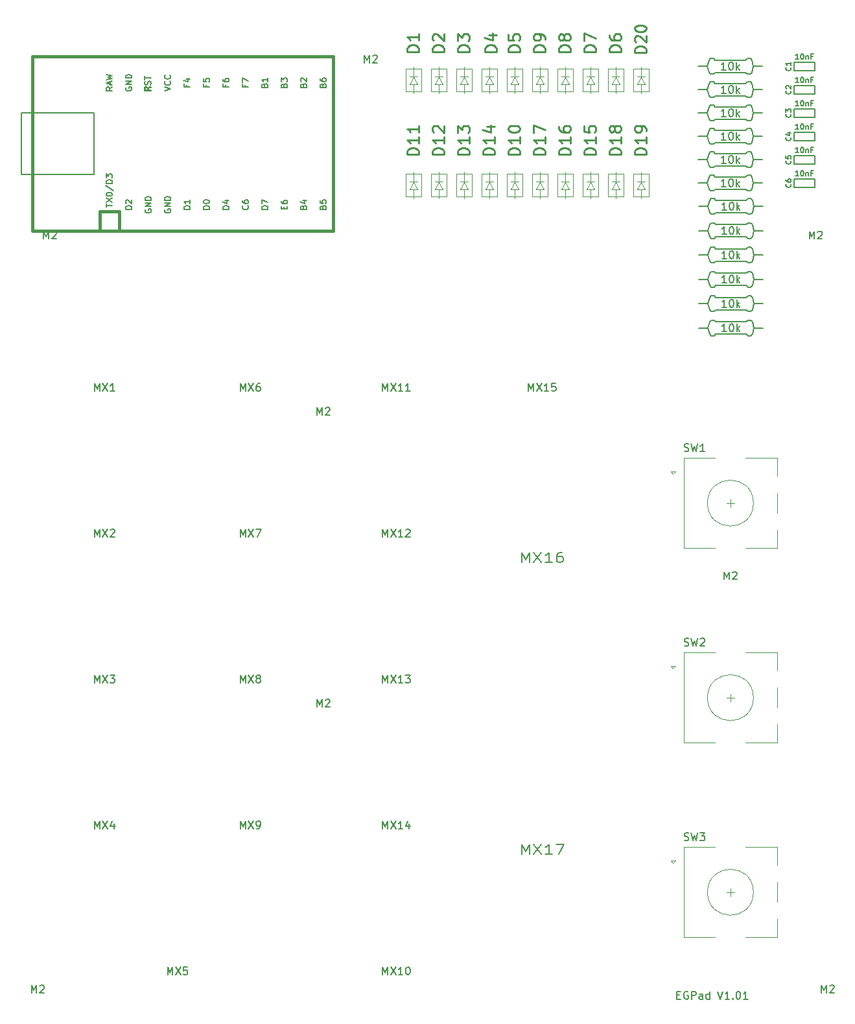
<source format=gto>
%TF.GenerationSoftware,KiCad,Pcbnew,(5.1.10)-1*%
%TF.CreationDate,2021-10-28T11:13:53+08:00*%
%TF.ProjectId,EGPad,45475061-642e-46b6-9963-61645f706362,rev?*%
%TF.SameCoordinates,Original*%
%TF.FileFunction,Legend,Top*%
%TF.FilePolarity,Positive*%
%FSLAX46Y46*%
G04 Gerber Fmt 4.6, Leading zero omitted, Abs format (unit mm)*
G04 Created by KiCad (PCBNEW (5.1.10)-1) date 2021-10-28 11:13:53*
%MOMM*%
%LPD*%
G01*
G04 APERTURE LIST*
%ADD10C,0.150000*%
%ADD11C,0.120000*%
%ADD12C,0.200000*%
%ADD13C,0.381000*%
%ADD14C,0.203200*%
%ADD15C,0.254000*%
G04 APERTURE END LIST*
D10*
X177173511Y-156297321D02*
X177506845Y-156297321D01*
X177649702Y-156821130D02*
X177173511Y-156821130D01*
X177173511Y-155821130D01*
X177649702Y-155821130D01*
X178602083Y-155868750D02*
X178506845Y-155821130D01*
X178363988Y-155821130D01*
X178221130Y-155868750D01*
X178125892Y-155963988D01*
X178078273Y-156059226D01*
X178030654Y-156249702D01*
X178030654Y-156392559D01*
X178078273Y-156583035D01*
X178125892Y-156678273D01*
X178221130Y-156773511D01*
X178363988Y-156821130D01*
X178459226Y-156821130D01*
X178602083Y-156773511D01*
X178649702Y-156725892D01*
X178649702Y-156392559D01*
X178459226Y-156392559D01*
X179078273Y-156821130D02*
X179078273Y-155821130D01*
X179459226Y-155821130D01*
X179554464Y-155868750D01*
X179602083Y-155916369D01*
X179649702Y-156011607D01*
X179649702Y-156154464D01*
X179602083Y-156249702D01*
X179554464Y-156297321D01*
X179459226Y-156344940D01*
X179078273Y-156344940D01*
X180506845Y-156821130D02*
X180506845Y-156297321D01*
X180459226Y-156202083D01*
X180363988Y-156154464D01*
X180173511Y-156154464D01*
X180078273Y-156202083D01*
X180506845Y-156773511D02*
X180411607Y-156821130D01*
X180173511Y-156821130D01*
X180078273Y-156773511D01*
X180030654Y-156678273D01*
X180030654Y-156583035D01*
X180078273Y-156487797D01*
X180173511Y-156440178D01*
X180411607Y-156440178D01*
X180506845Y-156392559D01*
X181411607Y-156821130D02*
X181411607Y-155821130D01*
X181411607Y-156773511D02*
X181316369Y-156821130D01*
X181125892Y-156821130D01*
X181030654Y-156773511D01*
X180983035Y-156725892D01*
X180935416Y-156630654D01*
X180935416Y-156344940D01*
X180983035Y-156249702D01*
X181030654Y-156202083D01*
X181125892Y-156154464D01*
X181316369Y-156154464D01*
X181411607Y-156202083D01*
X182506845Y-155821130D02*
X182840178Y-156821130D01*
X183173511Y-155821130D01*
X184030654Y-156821130D02*
X183459226Y-156821130D01*
X183744940Y-156821130D02*
X183744940Y-155821130D01*
X183649702Y-155963988D01*
X183554464Y-156059226D01*
X183459226Y-156106845D01*
X184459226Y-156725892D02*
X184506845Y-156773511D01*
X184459226Y-156821130D01*
X184411607Y-156773511D01*
X184459226Y-156725892D01*
X184459226Y-156821130D01*
X185125892Y-155821130D02*
X185221130Y-155821130D01*
X185316369Y-155868750D01*
X185363988Y-155916369D01*
X185411607Y-156011607D01*
X185459226Y-156202083D01*
X185459226Y-156440178D01*
X185411607Y-156630654D01*
X185363988Y-156725892D01*
X185316369Y-156773511D01*
X185221130Y-156821130D01*
X185125892Y-156821130D01*
X185030654Y-156773511D01*
X184983035Y-156725892D01*
X184935416Y-156630654D01*
X184887797Y-156440178D01*
X184887797Y-156202083D01*
X184935416Y-156011607D01*
X184983035Y-155916369D01*
X185030654Y-155868750D01*
X185125892Y-155821130D01*
X186411607Y-156821130D02*
X185840178Y-156821130D01*
X186125892Y-156821130D02*
X186125892Y-155821130D01*
X186030654Y-155963988D01*
X185935416Y-156059226D01*
X185840178Y-156106845D01*
D11*
%TO.C,D20*%
X171936000Y-36380000D02*
X173016000Y-36380000D01*
X171936000Y-37430000D02*
X173016000Y-37430000D01*
X172466000Y-36490000D02*
X171936000Y-37400000D01*
X172476000Y-36480000D02*
X173016000Y-37430000D01*
X171466000Y-35350000D02*
X173466000Y-35350000D01*
X172476000Y-35090000D02*
X172476000Y-36370000D01*
X172476000Y-38550000D02*
X172476000Y-37430000D01*
X171466000Y-38340000D02*
X173456000Y-38340000D01*
X173466000Y-35350000D02*
X173456000Y-38340000D01*
X171466000Y-35360000D02*
X171466000Y-38330000D01*
%TO.C,D19*%
X171936000Y-50096000D02*
X173016000Y-50096000D01*
X171936000Y-51146000D02*
X173016000Y-51146000D01*
X172466000Y-50206000D02*
X171936000Y-51116000D01*
X172476000Y-50196000D02*
X173016000Y-51146000D01*
X171466000Y-49066000D02*
X173466000Y-49066000D01*
X172476000Y-48806000D02*
X172476000Y-50086000D01*
X172476000Y-52266000D02*
X172476000Y-51146000D01*
X171466000Y-52056000D02*
X173456000Y-52056000D01*
X173466000Y-49066000D02*
X173456000Y-52056000D01*
X171466000Y-49076000D02*
X171466000Y-52046000D01*
%TO.C,D18*%
X168634000Y-50096000D02*
X169714000Y-50096000D01*
X168634000Y-51146000D02*
X169714000Y-51146000D01*
X169164000Y-50206000D02*
X168634000Y-51116000D01*
X169174000Y-50196000D02*
X169714000Y-51146000D01*
X168164000Y-49066000D02*
X170164000Y-49066000D01*
X169174000Y-48806000D02*
X169174000Y-50086000D01*
X169174000Y-52266000D02*
X169174000Y-51146000D01*
X168164000Y-52056000D02*
X170154000Y-52056000D01*
X170164000Y-49066000D02*
X170154000Y-52056000D01*
X168164000Y-49076000D02*
X168164000Y-52046000D01*
%TO.C,D17*%
X158728000Y-50096000D02*
X159808000Y-50096000D01*
X158728000Y-51146000D02*
X159808000Y-51146000D01*
X159258000Y-50206000D02*
X158728000Y-51116000D01*
X159268000Y-50196000D02*
X159808000Y-51146000D01*
X158258000Y-49066000D02*
X160258000Y-49066000D01*
X159268000Y-48806000D02*
X159268000Y-50086000D01*
X159268000Y-52266000D02*
X159268000Y-51146000D01*
X158258000Y-52056000D02*
X160248000Y-52056000D01*
X160258000Y-49066000D02*
X160248000Y-52056000D01*
X158258000Y-49076000D02*
X158258000Y-52046000D01*
%TO.C,D16*%
X162030000Y-50096000D02*
X163110000Y-50096000D01*
X162030000Y-51146000D02*
X163110000Y-51146000D01*
X162560000Y-50206000D02*
X162030000Y-51116000D01*
X162570000Y-50196000D02*
X163110000Y-51146000D01*
X161560000Y-49066000D02*
X163560000Y-49066000D01*
X162570000Y-48806000D02*
X162570000Y-50086000D01*
X162570000Y-52266000D02*
X162570000Y-51146000D01*
X161560000Y-52056000D02*
X163550000Y-52056000D01*
X163560000Y-49066000D02*
X163550000Y-52056000D01*
X161560000Y-49076000D02*
X161560000Y-52046000D01*
%TO.C,D15*%
X165332000Y-50096000D02*
X166412000Y-50096000D01*
X165332000Y-51146000D02*
X166412000Y-51146000D01*
X165862000Y-50206000D02*
X165332000Y-51116000D01*
X165872000Y-50196000D02*
X166412000Y-51146000D01*
X164862000Y-49066000D02*
X166862000Y-49066000D01*
X165872000Y-48806000D02*
X165872000Y-50086000D01*
X165872000Y-52266000D02*
X165872000Y-51146000D01*
X164862000Y-52056000D02*
X166852000Y-52056000D01*
X166862000Y-49066000D02*
X166852000Y-52056000D01*
X164862000Y-49076000D02*
X164862000Y-52046000D01*
%TO.C,D14*%
X151654000Y-49076000D02*
X151654000Y-52046000D01*
X153654000Y-49066000D02*
X153644000Y-52056000D01*
X151654000Y-52056000D02*
X153644000Y-52056000D01*
X152664000Y-52266000D02*
X152664000Y-51146000D01*
X152664000Y-48806000D02*
X152664000Y-50086000D01*
X151654000Y-49066000D02*
X153654000Y-49066000D01*
X152664000Y-50196000D02*
X153204000Y-51146000D01*
X152654000Y-50206000D02*
X152124000Y-51116000D01*
X152124000Y-51146000D02*
X153204000Y-51146000D01*
X152124000Y-50096000D02*
X153204000Y-50096000D01*
%TO.C,D13*%
X148822000Y-50096000D02*
X149902000Y-50096000D01*
X148822000Y-51146000D02*
X149902000Y-51146000D01*
X149352000Y-50206000D02*
X148822000Y-51116000D01*
X149362000Y-50196000D02*
X149902000Y-51146000D01*
X148352000Y-49066000D02*
X150352000Y-49066000D01*
X149362000Y-48806000D02*
X149362000Y-50086000D01*
X149362000Y-52266000D02*
X149362000Y-51146000D01*
X148352000Y-52056000D02*
X150342000Y-52056000D01*
X150352000Y-49066000D02*
X150342000Y-52056000D01*
X148352000Y-49076000D02*
X148352000Y-52046000D01*
%TO.C,D12*%
X145520000Y-50096000D02*
X146600000Y-50096000D01*
X145520000Y-51146000D02*
X146600000Y-51146000D01*
X146050000Y-50206000D02*
X145520000Y-51116000D01*
X146060000Y-50196000D02*
X146600000Y-51146000D01*
X145050000Y-49066000D02*
X147050000Y-49066000D01*
X146060000Y-48806000D02*
X146060000Y-50086000D01*
X146060000Y-52266000D02*
X146060000Y-51146000D01*
X145050000Y-52056000D02*
X147040000Y-52056000D01*
X147050000Y-49066000D02*
X147040000Y-52056000D01*
X145050000Y-49076000D02*
X145050000Y-52046000D01*
%TO.C,D11*%
X142218000Y-50096000D02*
X143298000Y-50096000D01*
X142218000Y-51146000D02*
X143298000Y-51146000D01*
X142748000Y-50206000D02*
X142218000Y-51116000D01*
X142758000Y-50196000D02*
X143298000Y-51146000D01*
X141748000Y-49066000D02*
X143748000Y-49066000D01*
X142758000Y-48806000D02*
X142758000Y-50086000D01*
X142758000Y-52266000D02*
X142758000Y-51146000D01*
X141748000Y-52056000D02*
X143738000Y-52056000D01*
X143748000Y-49066000D02*
X143738000Y-52056000D01*
X141748000Y-49076000D02*
X141748000Y-52046000D01*
%TO.C,D10*%
X155426000Y-50096000D02*
X156506000Y-50096000D01*
X155426000Y-51146000D02*
X156506000Y-51146000D01*
X155956000Y-50206000D02*
X155426000Y-51116000D01*
X155966000Y-50196000D02*
X156506000Y-51146000D01*
X154956000Y-49066000D02*
X156956000Y-49066000D01*
X155966000Y-48806000D02*
X155966000Y-50086000D01*
X155966000Y-52266000D02*
X155966000Y-51146000D01*
X154956000Y-52056000D02*
X156946000Y-52056000D01*
X156956000Y-49066000D02*
X156946000Y-52056000D01*
X154956000Y-49076000D02*
X154956000Y-52046000D01*
%TO.C,D9*%
X158728000Y-36380000D02*
X159808000Y-36380000D01*
X158728000Y-37430000D02*
X159808000Y-37430000D01*
X159258000Y-36490000D02*
X158728000Y-37400000D01*
X159268000Y-36480000D02*
X159808000Y-37430000D01*
X158258000Y-35350000D02*
X160258000Y-35350000D01*
X159268000Y-35090000D02*
X159268000Y-36370000D01*
X159268000Y-38550000D02*
X159268000Y-37430000D01*
X158258000Y-38340000D02*
X160248000Y-38340000D01*
X160258000Y-35350000D02*
X160248000Y-38340000D01*
X158258000Y-35360000D02*
X158258000Y-38330000D01*
%TO.C,D8*%
X162030000Y-36380000D02*
X163110000Y-36380000D01*
X162030000Y-37430000D02*
X163110000Y-37430000D01*
X162560000Y-36490000D02*
X162030000Y-37400000D01*
X162570000Y-36480000D02*
X163110000Y-37430000D01*
X161560000Y-35350000D02*
X163560000Y-35350000D01*
X162570000Y-35090000D02*
X162570000Y-36370000D01*
X162570000Y-38550000D02*
X162570000Y-37430000D01*
X161560000Y-38340000D02*
X163550000Y-38340000D01*
X163560000Y-35350000D02*
X163550000Y-38340000D01*
X161560000Y-35360000D02*
X161560000Y-38330000D01*
%TO.C,D7*%
X165332000Y-36380000D02*
X166412000Y-36380000D01*
X165332000Y-37430000D02*
X166412000Y-37430000D01*
X165862000Y-36490000D02*
X165332000Y-37400000D01*
X165872000Y-36480000D02*
X166412000Y-37430000D01*
X164862000Y-35350000D02*
X166862000Y-35350000D01*
X165872000Y-35090000D02*
X165872000Y-36370000D01*
X165872000Y-38550000D02*
X165872000Y-37430000D01*
X164862000Y-38340000D02*
X166852000Y-38340000D01*
X166862000Y-35350000D02*
X166852000Y-38340000D01*
X164862000Y-35360000D02*
X164862000Y-38330000D01*
%TO.C,D6*%
X168634000Y-36380000D02*
X169714000Y-36380000D01*
X168634000Y-37430000D02*
X169714000Y-37430000D01*
X169164000Y-36490000D02*
X168634000Y-37400000D01*
X169174000Y-36480000D02*
X169714000Y-37430000D01*
X168164000Y-35350000D02*
X170164000Y-35350000D01*
X169174000Y-35090000D02*
X169174000Y-36370000D01*
X169174000Y-38550000D02*
X169174000Y-37430000D01*
X168164000Y-38340000D02*
X170154000Y-38340000D01*
X170164000Y-35350000D02*
X170154000Y-38340000D01*
X168164000Y-35360000D02*
X168164000Y-38330000D01*
%TO.C,D5*%
X155426000Y-36380000D02*
X156506000Y-36380000D01*
X155426000Y-37430000D02*
X156506000Y-37430000D01*
X155956000Y-36490000D02*
X155426000Y-37400000D01*
X155966000Y-36480000D02*
X156506000Y-37430000D01*
X154956000Y-35350000D02*
X156956000Y-35350000D01*
X155966000Y-35090000D02*
X155966000Y-36370000D01*
X155966000Y-38550000D02*
X155966000Y-37430000D01*
X154956000Y-38340000D02*
X156946000Y-38340000D01*
X156956000Y-35350000D02*
X156946000Y-38340000D01*
X154956000Y-35360000D02*
X154956000Y-38330000D01*
%TO.C,D4*%
X152124000Y-36380000D02*
X153204000Y-36380000D01*
X152124000Y-37430000D02*
X153204000Y-37430000D01*
X152654000Y-36490000D02*
X152124000Y-37400000D01*
X152664000Y-36480000D02*
X153204000Y-37430000D01*
X151654000Y-35350000D02*
X153654000Y-35350000D01*
X152664000Y-35090000D02*
X152664000Y-36370000D01*
X152664000Y-38550000D02*
X152664000Y-37430000D01*
X151654000Y-38340000D02*
X153644000Y-38340000D01*
X153654000Y-35350000D02*
X153644000Y-38340000D01*
X151654000Y-35360000D02*
X151654000Y-38330000D01*
%TO.C,D3*%
X148822000Y-36380000D02*
X149902000Y-36380000D01*
X148822000Y-37430000D02*
X149902000Y-37430000D01*
X149352000Y-36490000D02*
X148822000Y-37400000D01*
X149362000Y-36480000D02*
X149902000Y-37430000D01*
X148352000Y-35350000D02*
X150352000Y-35350000D01*
X149362000Y-35090000D02*
X149362000Y-36370000D01*
X149362000Y-38550000D02*
X149362000Y-37430000D01*
X148352000Y-38340000D02*
X150342000Y-38340000D01*
X150352000Y-35350000D02*
X150342000Y-38340000D01*
X148352000Y-35360000D02*
X148352000Y-38330000D01*
%TO.C,D2*%
X145520000Y-36380000D02*
X146600000Y-36380000D01*
X145520000Y-37430000D02*
X146600000Y-37430000D01*
X146050000Y-36490000D02*
X145520000Y-37400000D01*
X146060000Y-36480000D02*
X146600000Y-37430000D01*
X145050000Y-35350000D02*
X147050000Y-35350000D01*
X146060000Y-35090000D02*
X146060000Y-36370000D01*
X146060000Y-38550000D02*
X146060000Y-37430000D01*
X145050000Y-38340000D02*
X147040000Y-38340000D01*
X147050000Y-35350000D02*
X147040000Y-38340000D01*
X145050000Y-35360000D02*
X145050000Y-38330000D01*
%TO.C,D1*%
X142218000Y-36380000D02*
X143298000Y-36380000D01*
X142218000Y-37430000D02*
X143298000Y-37430000D01*
X142748000Y-36490000D02*
X142218000Y-37400000D01*
X142758000Y-36480000D02*
X143298000Y-37430000D01*
X141748000Y-35350000D02*
X143748000Y-35350000D01*
X142758000Y-35090000D02*
X142758000Y-36370000D01*
X142758000Y-38550000D02*
X142758000Y-37430000D01*
X141748000Y-38340000D02*
X143738000Y-38340000D01*
X143748000Y-35350000D02*
X143738000Y-38340000D01*
X141748000Y-35360000D02*
X141748000Y-38330000D01*
D12*
%TO.C,U1*%
X91503610Y-49160202D02*
X101003610Y-49160202D01*
X91503610Y-41160202D02*
X91503610Y-49160202D01*
X101003610Y-41160202D02*
X91503610Y-41160202D01*
X101003610Y-49160202D02*
X101003610Y-41160202D01*
D13*
X101763610Y-54010202D02*
X101763610Y-56550202D01*
D10*
G36*
X108242970Y-37728634D02*
G01*
X108442970Y-37728634D01*
X108442970Y-37828634D01*
X108242970Y-37828634D01*
X108242970Y-37728634D01*
G37*
X108242970Y-37728634D02*
X108442970Y-37728634D01*
X108442970Y-37828634D01*
X108242970Y-37828634D01*
X108242970Y-37728634D01*
G36*
X107642970Y-38128634D02*
G01*
X108442970Y-38128634D01*
X108442970Y-38228634D01*
X107642970Y-38228634D01*
X107642970Y-38128634D01*
G37*
X107642970Y-38128634D02*
X108442970Y-38128634D01*
X108442970Y-38228634D01*
X107642970Y-38228634D01*
X107642970Y-38128634D01*
G36*
X107642970Y-37728634D02*
G01*
X107742970Y-37728634D01*
X107742970Y-38228634D01*
X107642970Y-38228634D01*
X107642970Y-37728634D01*
G37*
X107642970Y-37728634D02*
X107742970Y-37728634D01*
X107742970Y-38228634D01*
X107642970Y-38228634D01*
X107642970Y-37728634D01*
G36*
X108042970Y-37928634D02*
G01*
X108142970Y-37928634D01*
X108142970Y-38028634D01*
X108042970Y-38028634D01*
X108042970Y-37928634D01*
G37*
X108042970Y-37928634D02*
X108142970Y-37928634D01*
X108142970Y-38028634D01*
X108042970Y-38028634D01*
X108042970Y-37928634D01*
G36*
X107642970Y-37728634D02*
G01*
X107942970Y-37728634D01*
X107942970Y-37828634D01*
X107642970Y-37828634D01*
X107642970Y-37728634D01*
G37*
X107642970Y-37728634D02*
X107942970Y-37728634D01*
X107942970Y-37828634D01*
X107642970Y-37828634D01*
X107642970Y-37728634D01*
D13*
X104303610Y-54010202D02*
X104303610Y-56550202D01*
X101763610Y-54010202D02*
X104303610Y-54010202D01*
X132243610Y-33770202D02*
X92963610Y-33770202D01*
X132243610Y-56550202D02*
X132243610Y-33770202D01*
X92963610Y-56550202D02*
X132243610Y-56550202D01*
X92963610Y-33770202D02*
X92963610Y-56550202D01*
D11*
%TO.C,SW3*%
X187150000Y-142875000D02*
G75*
G03*
X187150000Y-142875000I-3000000J0D01*
G01*
X186150000Y-136975000D02*
X190250000Y-136975000D01*
X190250000Y-148775000D02*
X186150000Y-148775000D01*
X182150000Y-148775000D02*
X178050000Y-148775000D01*
X182150000Y-136975000D02*
X178050000Y-136975000D01*
X178050000Y-136975000D02*
X178050000Y-148775000D01*
X176650000Y-139075000D02*
X176350000Y-138775000D01*
X176350000Y-138775000D02*
X176950000Y-138775000D01*
X176950000Y-138775000D02*
X176650000Y-139075000D01*
X190250000Y-136975000D02*
X190250000Y-139375000D01*
X190250000Y-141575000D02*
X190250000Y-144175000D01*
X190250000Y-146375000D02*
X190250000Y-148775000D01*
X184150000Y-142375000D02*
X184150000Y-143375000D01*
X183650000Y-142875000D02*
X184650000Y-142875000D01*
%TO.C,SW2*%
X187150000Y-117475000D02*
G75*
G03*
X187150000Y-117475000I-3000000J0D01*
G01*
X186150000Y-111575000D02*
X190250000Y-111575000D01*
X190250000Y-123375000D02*
X186150000Y-123375000D01*
X182150000Y-123375000D02*
X178050000Y-123375000D01*
X182150000Y-111575000D02*
X178050000Y-111575000D01*
X178050000Y-111575000D02*
X178050000Y-123375000D01*
X176650000Y-113675000D02*
X176350000Y-113375000D01*
X176350000Y-113375000D02*
X176950000Y-113375000D01*
X176950000Y-113375000D02*
X176650000Y-113675000D01*
X190250000Y-111575000D02*
X190250000Y-113975000D01*
X190250000Y-116175000D02*
X190250000Y-118775000D01*
X190250000Y-120975000D02*
X190250000Y-123375000D01*
X184150000Y-116975000D02*
X184150000Y-117975000D01*
X183650000Y-117475000D02*
X184650000Y-117475000D01*
%TO.C,SW1*%
X187150000Y-92075000D02*
G75*
G03*
X187150000Y-92075000I-3000000J0D01*
G01*
X186150000Y-86175000D02*
X190250000Y-86175000D01*
X190250000Y-97975000D02*
X186150000Y-97975000D01*
X182150000Y-97975000D02*
X178050000Y-97975000D01*
X182150000Y-86175000D02*
X178050000Y-86175000D01*
X178050000Y-86175000D02*
X178050000Y-97975000D01*
X176650000Y-88275000D02*
X176350000Y-87975000D01*
X176350000Y-87975000D02*
X176950000Y-87975000D01*
X176950000Y-87975000D02*
X176650000Y-88275000D01*
X190250000Y-86175000D02*
X190250000Y-88575000D01*
X190250000Y-90775000D02*
X190250000Y-93375000D01*
X190250000Y-95575000D02*
X190250000Y-97975000D01*
X184150000Y-91575000D02*
X184150000Y-92575000D01*
X183650000Y-92075000D02*
X184650000Y-92075000D01*
D10*
%TO.C,R12*%
X181213500Y-53340000D02*
X180013500Y-53340000D01*
X188413500Y-53340000D02*
X187213500Y-53340000D01*
X186413500Y-54340000D02*
X186213500Y-54140000D01*
X186813500Y-54340000D02*
X186413500Y-54340000D01*
X187013500Y-54140000D02*
X186813500Y-54340000D01*
X187213500Y-53340000D02*
X187013500Y-54140000D01*
X187013500Y-52540000D02*
X187213500Y-53340000D01*
X186813500Y-52340000D02*
X187013500Y-52540000D01*
X186413500Y-52340000D02*
X186813500Y-52340000D01*
X186213500Y-52540000D02*
X186413500Y-52340000D01*
X182213500Y-52540000D02*
X186213500Y-52540000D01*
X182013500Y-52340000D02*
X182213500Y-52540000D01*
X181613500Y-52340000D02*
X182013500Y-52340000D01*
X181413500Y-52540000D02*
X181613500Y-52340000D01*
X181213500Y-53340000D02*
X181413500Y-52540000D01*
X181413500Y-54140000D02*
X181213500Y-53340000D01*
X181613500Y-54340000D02*
X181413500Y-54140000D01*
X182013500Y-54340000D02*
X181613500Y-54340000D01*
X182213500Y-54140000D02*
X182013500Y-54340000D01*
X186213500Y-54140000D02*
X182213500Y-54140000D01*
%TO.C,R11*%
X181213500Y-56515000D02*
X180013500Y-56515000D01*
X188413500Y-56515000D02*
X187213500Y-56515000D01*
X186413500Y-57515000D02*
X186213500Y-57315000D01*
X186813500Y-57515000D02*
X186413500Y-57515000D01*
X187013500Y-57315000D02*
X186813500Y-57515000D01*
X187213500Y-56515000D02*
X187013500Y-57315000D01*
X187013500Y-55715000D02*
X187213500Y-56515000D01*
X186813500Y-55515000D02*
X187013500Y-55715000D01*
X186413500Y-55515000D02*
X186813500Y-55515000D01*
X186213500Y-55715000D02*
X186413500Y-55515000D01*
X182213500Y-55715000D02*
X186213500Y-55715000D01*
X182013500Y-55515000D02*
X182213500Y-55715000D01*
X181613500Y-55515000D02*
X182013500Y-55515000D01*
X181413500Y-55715000D02*
X181613500Y-55515000D01*
X181213500Y-56515000D02*
X181413500Y-55715000D01*
X181413500Y-57315000D02*
X181213500Y-56515000D01*
X181613500Y-57515000D02*
X181413500Y-57315000D01*
X182013500Y-57515000D02*
X181613500Y-57515000D01*
X182213500Y-57315000D02*
X182013500Y-57515000D01*
X186213500Y-57315000D02*
X182213500Y-57315000D01*
%TO.C,R10*%
X181213500Y-59690000D02*
X180013500Y-59690000D01*
X188413500Y-59690000D02*
X187213500Y-59690000D01*
X186413500Y-60690000D02*
X186213500Y-60490000D01*
X186813500Y-60690000D02*
X186413500Y-60690000D01*
X187013500Y-60490000D02*
X186813500Y-60690000D01*
X187213500Y-59690000D02*
X187013500Y-60490000D01*
X187013500Y-58890000D02*
X187213500Y-59690000D01*
X186813500Y-58690000D02*
X187013500Y-58890000D01*
X186413500Y-58690000D02*
X186813500Y-58690000D01*
X186213500Y-58890000D02*
X186413500Y-58690000D01*
X182213500Y-58890000D02*
X186213500Y-58890000D01*
X182013500Y-58690000D02*
X182213500Y-58890000D01*
X181613500Y-58690000D02*
X182013500Y-58690000D01*
X181413500Y-58890000D02*
X181613500Y-58690000D01*
X181213500Y-59690000D02*
X181413500Y-58890000D01*
X181413500Y-60490000D02*
X181213500Y-59690000D01*
X181613500Y-60690000D02*
X181413500Y-60490000D01*
X182013500Y-60690000D02*
X181613500Y-60690000D01*
X182213500Y-60490000D02*
X182013500Y-60690000D01*
X186213500Y-60490000D02*
X182213500Y-60490000D01*
%TO.C,R9*%
X181213500Y-62865000D02*
X180013500Y-62865000D01*
X188413500Y-62865000D02*
X187213500Y-62865000D01*
X186413500Y-63865000D02*
X186213500Y-63665000D01*
X186813500Y-63865000D02*
X186413500Y-63865000D01*
X187013500Y-63665000D02*
X186813500Y-63865000D01*
X187213500Y-62865000D02*
X187013500Y-63665000D01*
X187013500Y-62065000D02*
X187213500Y-62865000D01*
X186813500Y-61865000D02*
X187013500Y-62065000D01*
X186413500Y-61865000D02*
X186813500Y-61865000D01*
X186213500Y-62065000D02*
X186413500Y-61865000D01*
X182213500Y-62065000D02*
X186213500Y-62065000D01*
X182013500Y-61865000D02*
X182213500Y-62065000D01*
X181613500Y-61865000D02*
X182013500Y-61865000D01*
X181413500Y-62065000D02*
X181613500Y-61865000D01*
X181213500Y-62865000D02*
X181413500Y-62065000D01*
X181413500Y-63665000D02*
X181213500Y-62865000D01*
X181613500Y-63865000D02*
X181413500Y-63665000D01*
X182013500Y-63865000D02*
X181613500Y-63865000D01*
X182213500Y-63665000D02*
X182013500Y-63865000D01*
X186213500Y-63665000D02*
X182213500Y-63665000D01*
%TO.C,R8*%
X181213500Y-66040000D02*
X180013500Y-66040000D01*
X188413500Y-66040000D02*
X187213500Y-66040000D01*
X186413500Y-67040000D02*
X186213500Y-66840000D01*
X186813500Y-67040000D02*
X186413500Y-67040000D01*
X187013500Y-66840000D02*
X186813500Y-67040000D01*
X187213500Y-66040000D02*
X187013500Y-66840000D01*
X187013500Y-65240000D02*
X187213500Y-66040000D01*
X186813500Y-65040000D02*
X187013500Y-65240000D01*
X186413500Y-65040000D02*
X186813500Y-65040000D01*
X186213500Y-65240000D02*
X186413500Y-65040000D01*
X182213500Y-65240000D02*
X186213500Y-65240000D01*
X182013500Y-65040000D02*
X182213500Y-65240000D01*
X181613500Y-65040000D02*
X182013500Y-65040000D01*
X181413500Y-65240000D02*
X181613500Y-65040000D01*
X181213500Y-66040000D02*
X181413500Y-65240000D01*
X181413500Y-66840000D02*
X181213500Y-66040000D01*
X181613500Y-67040000D02*
X181413500Y-66840000D01*
X182013500Y-67040000D02*
X181613500Y-67040000D01*
X182213500Y-66840000D02*
X182013500Y-67040000D01*
X186213500Y-66840000D02*
X182213500Y-66840000D01*
%TO.C,R7*%
X181213500Y-69215000D02*
X180013500Y-69215000D01*
X188413500Y-69215000D02*
X187213500Y-69215000D01*
X186413500Y-70215000D02*
X186213500Y-70015000D01*
X186813500Y-70215000D02*
X186413500Y-70215000D01*
X187013500Y-70015000D02*
X186813500Y-70215000D01*
X187213500Y-69215000D02*
X187013500Y-70015000D01*
X187013500Y-68415000D02*
X187213500Y-69215000D01*
X186813500Y-68215000D02*
X187013500Y-68415000D01*
X186413500Y-68215000D02*
X186813500Y-68215000D01*
X186213500Y-68415000D02*
X186413500Y-68215000D01*
X182213500Y-68415000D02*
X186213500Y-68415000D01*
X182013500Y-68215000D02*
X182213500Y-68415000D01*
X181613500Y-68215000D02*
X182013500Y-68215000D01*
X181413500Y-68415000D02*
X181613500Y-68215000D01*
X181213500Y-69215000D02*
X181413500Y-68415000D01*
X181413500Y-70015000D02*
X181213500Y-69215000D01*
X181613500Y-70215000D02*
X181413500Y-70015000D01*
X182013500Y-70215000D02*
X181613500Y-70215000D01*
X182213500Y-70015000D02*
X182013500Y-70215000D01*
X186213500Y-70015000D02*
X182213500Y-70015000D01*
%TO.C,R6*%
X181150000Y-50292000D02*
X179950000Y-50292000D01*
X188350000Y-50292000D02*
X187150000Y-50292000D01*
X186350000Y-51292000D02*
X186150000Y-51092000D01*
X186750000Y-51292000D02*
X186350000Y-51292000D01*
X186950000Y-51092000D02*
X186750000Y-51292000D01*
X187150000Y-50292000D02*
X186950000Y-51092000D01*
X186950000Y-49492000D02*
X187150000Y-50292000D01*
X186750000Y-49292000D02*
X186950000Y-49492000D01*
X186350000Y-49292000D02*
X186750000Y-49292000D01*
X186150000Y-49492000D02*
X186350000Y-49292000D01*
X182150000Y-49492000D02*
X186150000Y-49492000D01*
X181950000Y-49292000D02*
X182150000Y-49492000D01*
X181550000Y-49292000D02*
X181950000Y-49292000D01*
X181350000Y-49492000D02*
X181550000Y-49292000D01*
X181150000Y-50292000D02*
X181350000Y-49492000D01*
X181350000Y-51092000D02*
X181150000Y-50292000D01*
X181550000Y-51292000D02*
X181350000Y-51092000D01*
X181950000Y-51292000D02*
X181550000Y-51292000D01*
X182150000Y-51092000D02*
X181950000Y-51292000D01*
X186150000Y-51092000D02*
X182150000Y-51092000D01*
%TO.C,R5*%
X181150000Y-47244000D02*
X179950000Y-47244000D01*
X188350000Y-47244000D02*
X187150000Y-47244000D01*
X186350000Y-48244000D02*
X186150000Y-48044000D01*
X186750000Y-48244000D02*
X186350000Y-48244000D01*
X186950000Y-48044000D02*
X186750000Y-48244000D01*
X187150000Y-47244000D02*
X186950000Y-48044000D01*
X186950000Y-46444000D02*
X187150000Y-47244000D01*
X186750000Y-46244000D02*
X186950000Y-46444000D01*
X186350000Y-46244000D02*
X186750000Y-46244000D01*
X186150000Y-46444000D02*
X186350000Y-46244000D01*
X182150000Y-46444000D02*
X186150000Y-46444000D01*
X181950000Y-46244000D02*
X182150000Y-46444000D01*
X181550000Y-46244000D02*
X181950000Y-46244000D01*
X181350000Y-46444000D02*
X181550000Y-46244000D01*
X181150000Y-47244000D02*
X181350000Y-46444000D01*
X181350000Y-48044000D02*
X181150000Y-47244000D01*
X181550000Y-48244000D02*
X181350000Y-48044000D01*
X181950000Y-48244000D02*
X181550000Y-48244000D01*
X182150000Y-48044000D02*
X181950000Y-48244000D01*
X186150000Y-48044000D02*
X182150000Y-48044000D01*
%TO.C,R4*%
X181150000Y-44196000D02*
X179950000Y-44196000D01*
X188350000Y-44196000D02*
X187150000Y-44196000D01*
X186350000Y-45196000D02*
X186150000Y-44996000D01*
X186750000Y-45196000D02*
X186350000Y-45196000D01*
X186950000Y-44996000D02*
X186750000Y-45196000D01*
X187150000Y-44196000D02*
X186950000Y-44996000D01*
X186950000Y-43396000D02*
X187150000Y-44196000D01*
X186750000Y-43196000D02*
X186950000Y-43396000D01*
X186350000Y-43196000D02*
X186750000Y-43196000D01*
X186150000Y-43396000D02*
X186350000Y-43196000D01*
X182150000Y-43396000D02*
X186150000Y-43396000D01*
X181950000Y-43196000D02*
X182150000Y-43396000D01*
X181550000Y-43196000D02*
X181950000Y-43196000D01*
X181350000Y-43396000D02*
X181550000Y-43196000D01*
X181150000Y-44196000D02*
X181350000Y-43396000D01*
X181350000Y-44996000D02*
X181150000Y-44196000D01*
X181550000Y-45196000D02*
X181350000Y-44996000D01*
X181950000Y-45196000D02*
X181550000Y-45196000D01*
X182150000Y-44996000D02*
X181950000Y-45196000D01*
X186150000Y-44996000D02*
X182150000Y-44996000D01*
%TO.C,R3*%
X181150000Y-41148000D02*
X179950000Y-41148000D01*
X188350000Y-41148000D02*
X187150000Y-41148000D01*
X186350000Y-42148000D02*
X186150000Y-41948000D01*
X186750000Y-42148000D02*
X186350000Y-42148000D01*
X186950000Y-41948000D02*
X186750000Y-42148000D01*
X187150000Y-41148000D02*
X186950000Y-41948000D01*
X186950000Y-40348000D02*
X187150000Y-41148000D01*
X186750000Y-40148000D02*
X186950000Y-40348000D01*
X186350000Y-40148000D02*
X186750000Y-40148000D01*
X186150000Y-40348000D02*
X186350000Y-40148000D01*
X182150000Y-40348000D02*
X186150000Y-40348000D01*
X181950000Y-40148000D02*
X182150000Y-40348000D01*
X181550000Y-40148000D02*
X181950000Y-40148000D01*
X181350000Y-40348000D02*
X181550000Y-40148000D01*
X181150000Y-41148000D02*
X181350000Y-40348000D01*
X181350000Y-41948000D02*
X181150000Y-41148000D01*
X181550000Y-42148000D02*
X181350000Y-41948000D01*
X181950000Y-42148000D02*
X181550000Y-42148000D01*
X182150000Y-41948000D02*
X181950000Y-42148000D01*
X186150000Y-41948000D02*
X182150000Y-41948000D01*
%TO.C,R2*%
X181150000Y-38100000D02*
X179950000Y-38100000D01*
X188350000Y-38100000D02*
X187150000Y-38100000D01*
X186350000Y-39100000D02*
X186150000Y-38900000D01*
X186750000Y-39100000D02*
X186350000Y-39100000D01*
X186950000Y-38900000D02*
X186750000Y-39100000D01*
X187150000Y-38100000D02*
X186950000Y-38900000D01*
X186950000Y-37300000D02*
X187150000Y-38100000D01*
X186750000Y-37100000D02*
X186950000Y-37300000D01*
X186350000Y-37100000D02*
X186750000Y-37100000D01*
X186150000Y-37300000D02*
X186350000Y-37100000D01*
X182150000Y-37300000D02*
X186150000Y-37300000D01*
X181950000Y-37100000D02*
X182150000Y-37300000D01*
X181550000Y-37100000D02*
X181950000Y-37100000D01*
X181350000Y-37300000D02*
X181550000Y-37100000D01*
X181150000Y-38100000D02*
X181350000Y-37300000D01*
X181350000Y-38900000D02*
X181150000Y-38100000D01*
X181550000Y-39100000D02*
X181350000Y-38900000D01*
X181950000Y-39100000D02*
X181550000Y-39100000D01*
X182150000Y-38900000D02*
X181950000Y-39100000D01*
X186150000Y-38900000D02*
X182150000Y-38900000D01*
%TO.C,R1*%
X181150000Y-35052000D02*
X179950000Y-35052000D01*
X188350000Y-35052000D02*
X187150000Y-35052000D01*
X186350000Y-36052000D02*
X186150000Y-35852000D01*
X186750000Y-36052000D02*
X186350000Y-36052000D01*
X186950000Y-35852000D02*
X186750000Y-36052000D01*
X187150000Y-35052000D02*
X186950000Y-35852000D01*
X186950000Y-34252000D02*
X187150000Y-35052000D01*
X186750000Y-34052000D02*
X186950000Y-34252000D01*
X186350000Y-34052000D02*
X186750000Y-34052000D01*
X186150000Y-34252000D02*
X186350000Y-34052000D01*
X182150000Y-34252000D02*
X186150000Y-34252000D01*
X181950000Y-34052000D02*
X182150000Y-34252000D01*
X181550000Y-34052000D02*
X181950000Y-34052000D01*
X181350000Y-34252000D02*
X181550000Y-34052000D01*
X181150000Y-35052000D02*
X181350000Y-34252000D01*
X181350000Y-35852000D02*
X181150000Y-35052000D01*
X181550000Y-36052000D02*
X181350000Y-35852000D01*
X181950000Y-36052000D02*
X181550000Y-36052000D01*
X182150000Y-35852000D02*
X181950000Y-36052000D01*
X186150000Y-35852000D02*
X182150000Y-35852000D01*
D12*
%TO.C,C6*%
X192452000Y-50842000D02*
X192452000Y-49742000D01*
X195152000Y-50842000D02*
X192452000Y-50842000D01*
X195152000Y-49742000D02*
X195152000Y-50842000D01*
X192452000Y-49742000D02*
X195152000Y-49742000D01*
%TO.C,C5*%
X192452000Y-47794000D02*
X192452000Y-46694000D01*
X195152000Y-47794000D02*
X192452000Y-47794000D01*
X195152000Y-46694000D02*
X195152000Y-47794000D01*
X192452000Y-46694000D02*
X195152000Y-46694000D01*
%TO.C,C4*%
X192452000Y-44746000D02*
X192452000Y-43646000D01*
X195152000Y-44746000D02*
X192452000Y-44746000D01*
X195152000Y-43646000D02*
X195152000Y-44746000D01*
X192452000Y-43646000D02*
X195152000Y-43646000D01*
%TO.C,C3*%
X192452000Y-41698000D02*
X192452000Y-40598000D01*
X195152000Y-41698000D02*
X192452000Y-41698000D01*
X195152000Y-40598000D02*
X195152000Y-41698000D01*
X192452000Y-40598000D02*
X195152000Y-40598000D01*
%TO.C,C2*%
X192452000Y-38650000D02*
X192452000Y-37550000D01*
X195152000Y-38650000D02*
X192452000Y-38650000D01*
X195152000Y-37550000D02*
X195152000Y-38650000D01*
X192452000Y-37550000D02*
X195152000Y-37550000D01*
%TO.C,C1*%
X192452000Y-35602000D02*
X192452000Y-34502000D01*
X195152000Y-35602000D02*
X192452000Y-35602000D01*
X195152000Y-34502000D02*
X195152000Y-35602000D01*
X192452000Y-34502000D02*
X195152000Y-34502000D01*
%TO.C,MX15*%
D10*
X157781845Y-77446130D02*
X157781845Y-76446130D01*
X158115178Y-77160416D01*
X158448511Y-76446130D01*
X158448511Y-77446130D01*
X158829464Y-76446130D02*
X159496130Y-77446130D01*
X159496130Y-76446130D02*
X158829464Y-77446130D01*
X160400892Y-77446130D02*
X159829464Y-77446130D01*
X160115178Y-77446130D02*
X160115178Y-76446130D01*
X160019940Y-76588988D01*
X159924702Y-76684226D01*
X159829464Y-76731845D01*
X161305654Y-76446130D02*
X160829464Y-76446130D01*
X160781845Y-76922321D01*
X160829464Y-76874702D01*
X160924702Y-76827083D01*
X161162797Y-76827083D01*
X161258035Y-76874702D01*
X161305654Y-76922321D01*
X161353273Y-77017559D01*
X161353273Y-77255654D01*
X161305654Y-77350892D01*
X161258035Y-77398511D01*
X161162797Y-77446130D01*
X160924702Y-77446130D01*
X160829464Y-77398511D01*
X160781845Y-77350892D01*
%TO.C,MX5*%
X110633035Y-153646130D02*
X110633035Y-152646130D01*
X110966369Y-153360416D01*
X111299702Y-152646130D01*
X111299702Y-153646130D01*
X111680654Y-152646130D02*
X112347321Y-153646130D01*
X112347321Y-152646130D02*
X111680654Y-153646130D01*
X113204464Y-152646130D02*
X112728273Y-152646130D01*
X112680654Y-153122321D01*
X112728273Y-153074702D01*
X112823511Y-153027083D01*
X113061607Y-153027083D01*
X113156845Y-153074702D01*
X113204464Y-153122321D01*
X113252083Y-153217559D01*
X113252083Y-153455654D01*
X113204464Y-153550892D01*
X113156845Y-153598511D01*
X113061607Y-153646130D01*
X112823511Y-153646130D01*
X112728273Y-153598511D01*
X112680654Y-153550892D01*
%TO.C,MX17*%
D14*
X156858607Y-137893273D02*
X156858607Y-136623273D01*
X157366607Y-137530416D01*
X157874607Y-136623273D01*
X157874607Y-137893273D01*
X158455178Y-136623273D02*
X159471178Y-137893273D01*
X159471178Y-136623273D02*
X158455178Y-137893273D01*
X160850035Y-137893273D02*
X159979178Y-137893273D01*
X160414607Y-137893273D02*
X160414607Y-136623273D01*
X160269464Y-136804702D01*
X160124321Y-136925654D01*
X159979178Y-136986130D01*
X161358035Y-136623273D02*
X162374035Y-136623273D01*
X161720892Y-137893273D01*
%TO.C,MX16*%
X156858607Y-99793273D02*
X156858607Y-98523273D01*
X157366607Y-99430416D01*
X157874607Y-98523273D01*
X157874607Y-99793273D01*
X158455178Y-98523273D02*
X159471178Y-99793273D01*
X159471178Y-98523273D02*
X158455178Y-99793273D01*
X160850035Y-99793273D02*
X159979178Y-99793273D01*
X160414607Y-99793273D02*
X160414607Y-98523273D01*
X160269464Y-98704702D01*
X160124321Y-98825654D01*
X159979178Y-98886130D01*
X162156321Y-98523273D02*
X161866035Y-98523273D01*
X161720892Y-98583750D01*
X161648321Y-98644226D01*
X161503178Y-98825654D01*
X161430607Y-99067559D01*
X161430607Y-99551369D01*
X161503178Y-99672321D01*
X161575750Y-99732797D01*
X161720892Y-99793273D01*
X162011178Y-99793273D01*
X162156321Y-99732797D01*
X162228892Y-99672321D01*
X162301464Y-99551369D01*
X162301464Y-99248988D01*
X162228892Y-99128035D01*
X162156321Y-99067559D01*
X162011178Y-99007083D01*
X161720892Y-99007083D01*
X161575750Y-99067559D01*
X161503178Y-99128035D01*
X161430607Y-99248988D01*
%TO.C,MX11*%
D10*
X138731845Y-77446130D02*
X138731845Y-76446130D01*
X139065178Y-77160416D01*
X139398511Y-76446130D01*
X139398511Y-77446130D01*
X139779464Y-76446130D02*
X140446130Y-77446130D01*
X140446130Y-76446130D02*
X139779464Y-77446130D01*
X141350892Y-77446130D02*
X140779464Y-77446130D01*
X141065178Y-77446130D02*
X141065178Y-76446130D01*
X140969940Y-76588988D01*
X140874702Y-76684226D01*
X140779464Y-76731845D01*
X142303273Y-77446130D02*
X141731845Y-77446130D01*
X142017559Y-77446130D02*
X142017559Y-76446130D01*
X141922321Y-76588988D01*
X141827083Y-76684226D01*
X141731845Y-76731845D01*
%TO.C,MX8*%
X120158035Y-115546130D02*
X120158035Y-114546130D01*
X120491369Y-115260416D01*
X120824702Y-114546130D01*
X120824702Y-115546130D01*
X121205654Y-114546130D02*
X121872321Y-115546130D01*
X121872321Y-114546130D02*
X121205654Y-115546130D01*
X122396130Y-114974702D02*
X122300892Y-114927083D01*
X122253273Y-114879464D01*
X122205654Y-114784226D01*
X122205654Y-114736607D01*
X122253273Y-114641369D01*
X122300892Y-114593750D01*
X122396130Y-114546130D01*
X122586607Y-114546130D01*
X122681845Y-114593750D01*
X122729464Y-114641369D01*
X122777083Y-114736607D01*
X122777083Y-114784226D01*
X122729464Y-114879464D01*
X122681845Y-114927083D01*
X122586607Y-114974702D01*
X122396130Y-114974702D01*
X122300892Y-115022321D01*
X122253273Y-115069940D01*
X122205654Y-115165178D01*
X122205654Y-115355654D01*
X122253273Y-115450892D01*
X122300892Y-115498511D01*
X122396130Y-115546130D01*
X122586607Y-115546130D01*
X122681845Y-115498511D01*
X122729464Y-115450892D01*
X122777083Y-115355654D01*
X122777083Y-115165178D01*
X122729464Y-115069940D01*
X122681845Y-115022321D01*
X122586607Y-114974702D01*
%TO.C,MX4*%
X101108035Y-134596130D02*
X101108035Y-133596130D01*
X101441369Y-134310416D01*
X101774702Y-133596130D01*
X101774702Y-134596130D01*
X102155654Y-133596130D02*
X102822321Y-134596130D01*
X102822321Y-133596130D02*
X102155654Y-134596130D01*
X103631845Y-133929464D02*
X103631845Y-134596130D01*
X103393750Y-133548511D02*
X103155654Y-134262797D01*
X103774702Y-134262797D01*
%TO.C,MX14*%
X138731845Y-134596130D02*
X138731845Y-133596130D01*
X139065178Y-134310416D01*
X139398511Y-133596130D01*
X139398511Y-134596130D01*
X139779464Y-133596130D02*
X140446130Y-134596130D01*
X140446130Y-133596130D02*
X139779464Y-134596130D01*
X141350892Y-134596130D02*
X140779464Y-134596130D01*
X141065178Y-134596130D02*
X141065178Y-133596130D01*
X140969940Y-133738988D01*
X140874702Y-133834226D01*
X140779464Y-133881845D01*
X142208035Y-133929464D02*
X142208035Y-134596130D01*
X141969940Y-133548511D02*
X141731845Y-134262797D01*
X142350892Y-134262797D01*
%TO.C,MX13*%
X138731845Y-115546130D02*
X138731845Y-114546130D01*
X139065178Y-115260416D01*
X139398511Y-114546130D01*
X139398511Y-115546130D01*
X139779464Y-114546130D02*
X140446130Y-115546130D01*
X140446130Y-114546130D02*
X139779464Y-115546130D01*
X141350892Y-115546130D02*
X140779464Y-115546130D01*
X141065178Y-115546130D02*
X141065178Y-114546130D01*
X140969940Y-114688988D01*
X140874702Y-114784226D01*
X140779464Y-114831845D01*
X141684226Y-114546130D02*
X142303273Y-114546130D01*
X141969940Y-114927083D01*
X142112797Y-114927083D01*
X142208035Y-114974702D01*
X142255654Y-115022321D01*
X142303273Y-115117559D01*
X142303273Y-115355654D01*
X142255654Y-115450892D01*
X142208035Y-115498511D01*
X142112797Y-115546130D01*
X141827083Y-115546130D01*
X141731845Y-115498511D01*
X141684226Y-115450892D01*
%TO.C,MX12*%
X138731845Y-96496130D02*
X138731845Y-95496130D01*
X139065178Y-96210416D01*
X139398511Y-95496130D01*
X139398511Y-96496130D01*
X139779464Y-95496130D02*
X140446130Y-96496130D01*
X140446130Y-95496130D02*
X139779464Y-96496130D01*
X141350892Y-96496130D02*
X140779464Y-96496130D01*
X141065178Y-96496130D02*
X141065178Y-95496130D01*
X140969940Y-95638988D01*
X140874702Y-95734226D01*
X140779464Y-95781845D01*
X141731845Y-95591369D02*
X141779464Y-95543750D01*
X141874702Y-95496130D01*
X142112797Y-95496130D01*
X142208035Y-95543750D01*
X142255654Y-95591369D01*
X142303273Y-95686607D01*
X142303273Y-95781845D01*
X142255654Y-95924702D01*
X141684226Y-96496130D01*
X142303273Y-96496130D01*
%TO.C,MX10*%
X138731845Y-153646130D02*
X138731845Y-152646130D01*
X139065178Y-153360416D01*
X139398511Y-152646130D01*
X139398511Y-153646130D01*
X139779464Y-152646130D02*
X140446130Y-153646130D01*
X140446130Y-152646130D02*
X139779464Y-153646130D01*
X141350892Y-153646130D02*
X140779464Y-153646130D01*
X141065178Y-153646130D02*
X141065178Y-152646130D01*
X140969940Y-152788988D01*
X140874702Y-152884226D01*
X140779464Y-152931845D01*
X141969940Y-152646130D02*
X142065178Y-152646130D01*
X142160416Y-152693750D01*
X142208035Y-152741369D01*
X142255654Y-152836607D01*
X142303273Y-153027083D01*
X142303273Y-153265178D01*
X142255654Y-153455654D01*
X142208035Y-153550892D01*
X142160416Y-153598511D01*
X142065178Y-153646130D01*
X141969940Y-153646130D01*
X141874702Y-153598511D01*
X141827083Y-153550892D01*
X141779464Y-153455654D01*
X141731845Y-153265178D01*
X141731845Y-153027083D01*
X141779464Y-152836607D01*
X141827083Y-152741369D01*
X141874702Y-152693750D01*
X141969940Y-152646130D01*
%TO.C,MX9*%
X120158035Y-134596130D02*
X120158035Y-133596130D01*
X120491369Y-134310416D01*
X120824702Y-133596130D01*
X120824702Y-134596130D01*
X121205654Y-133596130D02*
X121872321Y-134596130D01*
X121872321Y-133596130D02*
X121205654Y-134596130D01*
X122300892Y-134596130D02*
X122491369Y-134596130D01*
X122586607Y-134548511D01*
X122634226Y-134500892D01*
X122729464Y-134358035D01*
X122777083Y-134167559D01*
X122777083Y-133786607D01*
X122729464Y-133691369D01*
X122681845Y-133643750D01*
X122586607Y-133596130D01*
X122396130Y-133596130D01*
X122300892Y-133643750D01*
X122253273Y-133691369D01*
X122205654Y-133786607D01*
X122205654Y-134024702D01*
X122253273Y-134119940D01*
X122300892Y-134167559D01*
X122396130Y-134215178D01*
X122586607Y-134215178D01*
X122681845Y-134167559D01*
X122729464Y-134119940D01*
X122777083Y-134024702D01*
%TO.C,MX7*%
X120158035Y-96496130D02*
X120158035Y-95496130D01*
X120491369Y-96210416D01*
X120824702Y-95496130D01*
X120824702Y-96496130D01*
X121205654Y-95496130D02*
X121872321Y-96496130D01*
X121872321Y-95496130D02*
X121205654Y-96496130D01*
X122158035Y-95496130D02*
X122824702Y-95496130D01*
X122396130Y-96496130D01*
%TO.C,MX6*%
X120158035Y-77446130D02*
X120158035Y-76446130D01*
X120491369Y-77160416D01*
X120824702Y-76446130D01*
X120824702Y-77446130D01*
X121205654Y-76446130D02*
X121872321Y-77446130D01*
X121872321Y-76446130D02*
X121205654Y-77446130D01*
X122681845Y-76446130D02*
X122491369Y-76446130D01*
X122396130Y-76493750D01*
X122348511Y-76541369D01*
X122253273Y-76684226D01*
X122205654Y-76874702D01*
X122205654Y-77255654D01*
X122253273Y-77350892D01*
X122300892Y-77398511D01*
X122396130Y-77446130D01*
X122586607Y-77446130D01*
X122681845Y-77398511D01*
X122729464Y-77350892D01*
X122777083Y-77255654D01*
X122777083Y-77017559D01*
X122729464Y-76922321D01*
X122681845Y-76874702D01*
X122586607Y-76827083D01*
X122396130Y-76827083D01*
X122300892Y-76874702D01*
X122253273Y-76922321D01*
X122205654Y-77017559D01*
%TO.C,MX3*%
X101108035Y-115546130D02*
X101108035Y-114546130D01*
X101441369Y-115260416D01*
X101774702Y-114546130D01*
X101774702Y-115546130D01*
X102155654Y-114546130D02*
X102822321Y-115546130D01*
X102822321Y-114546130D02*
X102155654Y-115546130D01*
X103108035Y-114546130D02*
X103727083Y-114546130D01*
X103393750Y-114927083D01*
X103536607Y-114927083D01*
X103631845Y-114974702D01*
X103679464Y-115022321D01*
X103727083Y-115117559D01*
X103727083Y-115355654D01*
X103679464Y-115450892D01*
X103631845Y-115498511D01*
X103536607Y-115546130D01*
X103250892Y-115546130D01*
X103155654Y-115498511D01*
X103108035Y-115450892D01*
%TO.C,MX2*%
X101108035Y-96496130D02*
X101108035Y-95496130D01*
X101441369Y-96210416D01*
X101774702Y-95496130D01*
X101774702Y-96496130D01*
X102155654Y-95496130D02*
X102822321Y-96496130D01*
X102822321Y-95496130D02*
X102155654Y-96496130D01*
X103155654Y-95591369D02*
X103203273Y-95543750D01*
X103298511Y-95496130D01*
X103536607Y-95496130D01*
X103631845Y-95543750D01*
X103679464Y-95591369D01*
X103727083Y-95686607D01*
X103727083Y-95781845D01*
X103679464Y-95924702D01*
X103108035Y-96496130D01*
X103727083Y-96496130D01*
%TO.C,MX1*%
X101108035Y-77446130D02*
X101108035Y-76446130D01*
X101441369Y-77160416D01*
X101774702Y-76446130D01*
X101774702Y-77446130D01*
X102155654Y-76446130D02*
X102822321Y-77446130D01*
X102822321Y-76446130D02*
X102155654Y-77446130D01*
X103727083Y-77446130D02*
X103155654Y-77446130D01*
X103441369Y-77446130D02*
X103441369Y-76446130D01*
X103346130Y-76588988D01*
X103250892Y-76684226D01*
X103155654Y-76731845D01*
%TO.C,D20*%
D15*
X173155428Y-33223200D02*
X171631428Y-33223200D01*
X171631428Y-32884533D01*
X171704000Y-32681333D01*
X171849142Y-32545866D01*
X171994285Y-32478133D01*
X172284571Y-32410400D01*
X172502285Y-32410400D01*
X172792571Y-32478133D01*
X172937714Y-32545866D01*
X173082857Y-32681333D01*
X173155428Y-32884533D01*
X173155428Y-33223200D01*
X171776571Y-31868533D02*
X171704000Y-31800800D01*
X171631428Y-31665333D01*
X171631428Y-31326666D01*
X171704000Y-31191200D01*
X171776571Y-31123466D01*
X171921714Y-31055733D01*
X172066857Y-31055733D01*
X172284571Y-31123466D01*
X173155428Y-31936266D01*
X173155428Y-31055733D01*
X171631428Y-30175200D02*
X171631428Y-30039733D01*
X171704000Y-29904266D01*
X171776571Y-29836533D01*
X171921714Y-29768800D01*
X172212000Y-29701066D01*
X172574857Y-29701066D01*
X172865142Y-29768800D01*
X173010285Y-29836533D01*
X173082857Y-29904266D01*
X173155428Y-30039733D01*
X173155428Y-30175200D01*
X173082857Y-30310666D01*
X173010285Y-30378400D01*
X172865142Y-30446133D01*
X172574857Y-30513866D01*
X172212000Y-30513866D01*
X171921714Y-30446133D01*
X171776571Y-30378400D01*
X171704000Y-30310666D01*
X171631428Y-30175200D01*
%TO.C,D19*%
X173155428Y-46554571D02*
X171631428Y-46554571D01*
X171631428Y-46191714D01*
X171704000Y-45974000D01*
X171849142Y-45828857D01*
X171994285Y-45756285D01*
X172284571Y-45683714D01*
X172502285Y-45683714D01*
X172792571Y-45756285D01*
X172937714Y-45828857D01*
X173082857Y-45974000D01*
X173155428Y-46191714D01*
X173155428Y-46554571D01*
X173155428Y-44232285D02*
X173155428Y-45103142D01*
X173155428Y-44667714D02*
X171631428Y-44667714D01*
X171849142Y-44812857D01*
X171994285Y-44958000D01*
X172066857Y-45103142D01*
X173155428Y-43506571D02*
X173155428Y-43216285D01*
X173082857Y-43071142D01*
X173010285Y-42998571D01*
X172792571Y-42853428D01*
X172502285Y-42780857D01*
X171921714Y-42780857D01*
X171776571Y-42853428D01*
X171704000Y-42926000D01*
X171631428Y-43071142D01*
X171631428Y-43361428D01*
X171704000Y-43506571D01*
X171776571Y-43579142D01*
X171921714Y-43651714D01*
X172284571Y-43651714D01*
X172429714Y-43579142D01*
X172502285Y-43506571D01*
X172574857Y-43361428D01*
X172574857Y-43071142D01*
X172502285Y-42926000D01*
X172429714Y-42853428D01*
X172284571Y-42780857D01*
%TO.C,D18*%
X169853428Y-46554571D02*
X168329428Y-46554571D01*
X168329428Y-46191714D01*
X168402000Y-45974000D01*
X168547142Y-45828857D01*
X168692285Y-45756285D01*
X168982571Y-45683714D01*
X169200285Y-45683714D01*
X169490571Y-45756285D01*
X169635714Y-45828857D01*
X169780857Y-45974000D01*
X169853428Y-46191714D01*
X169853428Y-46554571D01*
X169853428Y-44232285D02*
X169853428Y-45103142D01*
X169853428Y-44667714D02*
X168329428Y-44667714D01*
X168547142Y-44812857D01*
X168692285Y-44958000D01*
X168764857Y-45103142D01*
X168982571Y-43361428D02*
X168910000Y-43506571D01*
X168837428Y-43579142D01*
X168692285Y-43651714D01*
X168619714Y-43651714D01*
X168474571Y-43579142D01*
X168402000Y-43506571D01*
X168329428Y-43361428D01*
X168329428Y-43071142D01*
X168402000Y-42926000D01*
X168474571Y-42853428D01*
X168619714Y-42780857D01*
X168692285Y-42780857D01*
X168837428Y-42853428D01*
X168910000Y-42926000D01*
X168982571Y-43071142D01*
X168982571Y-43361428D01*
X169055142Y-43506571D01*
X169127714Y-43579142D01*
X169272857Y-43651714D01*
X169563142Y-43651714D01*
X169708285Y-43579142D01*
X169780857Y-43506571D01*
X169853428Y-43361428D01*
X169853428Y-43071142D01*
X169780857Y-42926000D01*
X169708285Y-42853428D01*
X169563142Y-42780857D01*
X169272857Y-42780857D01*
X169127714Y-42853428D01*
X169055142Y-42926000D01*
X168982571Y-43071142D01*
%TO.C,D17*%
X159947428Y-46554571D02*
X158423428Y-46554571D01*
X158423428Y-46191714D01*
X158496000Y-45974000D01*
X158641142Y-45828857D01*
X158786285Y-45756285D01*
X159076571Y-45683714D01*
X159294285Y-45683714D01*
X159584571Y-45756285D01*
X159729714Y-45828857D01*
X159874857Y-45974000D01*
X159947428Y-46191714D01*
X159947428Y-46554571D01*
X159947428Y-44232285D02*
X159947428Y-45103142D01*
X159947428Y-44667714D02*
X158423428Y-44667714D01*
X158641142Y-44812857D01*
X158786285Y-44958000D01*
X158858857Y-45103142D01*
X158423428Y-43724285D02*
X158423428Y-42708285D01*
X159947428Y-43361428D01*
%TO.C,D16*%
X163249428Y-46554571D02*
X161725428Y-46554571D01*
X161725428Y-46191714D01*
X161798000Y-45974000D01*
X161943142Y-45828857D01*
X162088285Y-45756285D01*
X162378571Y-45683714D01*
X162596285Y-45683714D01*
X162886571Y-45756285D01*
X163031714Y-45828857D01*
X163176857Y-45974000D01*
X163249428Y-46191714D01*
X163249428Y-46554571D01*
X163249428Y-44232285D02*
X163249428Y-45103142D01*
X163249428Y-44667714D02*
X161725428Y-44667714D01*
X161943142Y-44812857D01*
X162088285Y-44958000D01*
X162160857Y-45103142D01*
X161725428Y-42926000D02*
X161725428Y-43216285D01*
X161798000Y-43361428D01*
X161870571Y-43434000D01*
X162088285Y-43579142D01*
X162378571Y-43651714D01*
X162959142Y-43651714D01*
X163104285Y-43579142D01*
X163176857Y-43506571D01*
X163249428Y-43361428D01*
X163249428Y-43071142D01*
X163176857Y-42926000D01*
X163104285Y-42853428D01*
X162959142Y-42780857D01*
X162596285Y-42780857D01*
X162451142Y-42853428D01*
X162378571Y-42926000D01*
X162306000Y-43071142D01*
X162306000Y-43361428D01*
X162378571Y-43506571D01*
X162451142Y-43579142D01*
X162596285Y-43651714D01*
%TO.C,D15*%
X166551428Y-46554571D02*
X165027428Y-46554571D01*
X165027428Y-46191714D01*
X165100000Y-45974000D01*
X165245142Y-45828857D01*
X165390285Y-45756285D01*
X165680571Y-45683714D01*
X165898285Y-45683714D01*
X166188571Y-45756285D01*
X166333714Y-45828857D01*
X166478857Y-45974000D01*
X166551428Y-46191714D01*
X166551428Y-46554571D01*
X166551428Y-44232285D02*
X166551428Y-45103142D01*
X166551428Y-44667714D02*
X165027428Y-44667714D01*
X165245142Y-44812857D01*
X165390285Y-44958000D01*
X165462857Y-45103142D01*
X165027428Y-42853428D02*
X165027428Y-43579142D01*
X165753142Y-43651714D01*
X165680571Y-43579142D01*
X165608000Y-43434000D01*
X165608000Y-43071142D01*
X165680571Y-42926000D01*
X165753142Y-42853428D01*
X165898285Y-42780857D01*
X166261142Y-42780857D01*
X166406285Y-42853428D01*
X166478857Y-42926000D01*
X166551428Y-43071142D01*
X166551428Y-43434000D01*
X166478857Y-43579142D01*
X166406285Y-43651714D01*
%TO.C,D14*%
X153343428Y-46554571D02*
X151819428Y-46554571D01*
X151819428Y-46191714D01*
X151892000Y-45974000D01*
X152037142Y-45828857D01*
X152182285Y-45756285D01*
X152472571Y-45683714D01*
X152690285Y-45683714D01*
X152980571Y-45756285D01*
X153125714Y-45828857D01*
X153270857Y-45974000D01*
X153343428Y-46191714D01*
X153343428Y-46554571D01*
X153343428Y-44232285D02*
X153343428Y-45103142D01*
X153343428Y-44667714D02*
X151819428Y-44667714D01*
X152037142Y-44812857D01*
X152182285Y-44958000D01*
X152254857Y-45103142D01*
X152327428Y-42926000D02*
X153343428Y-42926000D01*
X151746857Y-43288857D02*
X152835428Y-43651714D01*
X152835428Y-42708285D01*
%TO.C,D13*%
X150041428Y-46554571D02*
X148517428Y-46554571D01*
X148517428Y-46191714D01*
X148590000Y-45974000D01*
X148735142Y-45828857D01*
X148880285Y-45756285D01*
X149170571Y-45683714D01*
X149388285Y-45683714D01*
X149678571Y-45756285D01*
X149823714Y-45828857D01*
X149968857Y-45974000D01*
X150041428Y-46191714D01*
X150041428Y-46554571D01*
X150041428Y-44232285D02*
X150041428Y-45103142D01*
X150041428Y-44667714D02*
X148517428Y-44667714D01*
X148735142Y-44812857D01*
X148880285Y-44958000D01*
X148952857Y-45103142D01*
X148517428Y-43724285D02*
X148517428Y-42780857D01*
X149098000Y-43288857D01*
X149098000Y-43071142D01*
X149170571Y-42926000D01*
X149243142Y-42853428D01*
X149388285Y-42780857D01*
X149751142Y-42780857D01*
X149896285Y-42853428D01*
X149968857Y-42926000D01*
X150041428Y-43071142D01*
X150041428Y-43506571D01*
X149968857Y-43651714D01*
X149896285Y-43724285D01*
%TO.C,D12*%
X146739428Y-46554571D02*
X145215428Y-46554571D01*
X145215428Y-46191714D01*
X145288000Y-45974000D01*
X145433142Y-45828857D01*
X145578285Y-45756285D01*
X145868571Y-45683714D01*
X146086285Y-45683714D01*
X146376571Y-45756285D01*
X146521714Y-45828857D01*
X146666857Y-45974000D01*
X146739428Y-46191714D01*
X146739428Y-46554571D01*
X146739428Y-44232285D02*
X146739428Y-45103142D01*
X146739428Y-44667714D02*
X145215428Y-44667714D01*
X145433142Y-44812857D01*
X145578285Y-44958000D01*
X145650857Y-45103142D01*
X145360571Y-43651714D02*
X145288000Y-43579142D01*
X145215428Y-43434000D01*
X145215428Y-43071142D01*
X145288000Y-42926000D01*
X145360571Y-42853428D01*
X145505714Y-42780857D01*
X145650857Y-42780857D01*
X145868571Y-42853428D01*
X146739428Y-43724285D01*
X146739428Y-42780857D01*
%TO.C,D11*%
X143437428Y-46554571D02*
X141913428Y-46554571D01*
X141913428Y-46191714D01*
X141986000Y-45974000D01*
X142131142Y-45828857D01*
X142276285Y-45756285D01*
X142566571Y-45683714D01*
X142784285Y-45683714D01*
X143074571Y-45756285D01*
X143219714Y-45828857D01*
X143364857Y-45974000D01*
X143437428Y-46191714D01*
X143437428Y-46554571D01*
X143437428Y-44232285D02*
X143437428Y-45103142D01*
X143437428Y-44667714D02*
X141913428Y-44667714D01*
X142131142Y-44812857D01*
X142276285Y-44958000D01*
X142348857Y-45103142D01*
X143437428Y-42780857D02*
X143437428Y-43651714D01*
X143437428Y-43216285D02*
X141913428Y-43216285D01*
X142131142Y-43361428D01*
X142276285Y-43506571D01*
X142348857Y-43651714D01*
%TO.C,D10*%
X156645428Y-46554571D02*
X155121428Y-46554571D01*
X155121428Y-46191714D01*
X155194000Y-45974000D01*
X155339142Y-45828857D01*
X155484285Y-45756285D01*
X155774571Y-45683714D01*
X155992285Y-45683714D01*
X156282571Y-45756285D01*
X156427714Y-45828857D01*
X156572857Y-45974000D01*
X156645428Y-46191714D01*
X156645428Y-46554571D01*
X156645428Y-44232285D02*
X156645428Y-45103142D01*
X156645428Y-44667714D02*
X155121428Y-44667714D01*
X155339142Y-44812857D01*
X155484285Y-44958000D01*
X155556857Y-45103142D01*
X155121428Y-43288857D02*
X155121428Y-43143714D01*
X155194000Y-42998571D01*
X155266571Y-42926000D01*
X155411714Y-42853428D01*
X155702000Y-42780857D01*
X156064857Y-42780857D01*
X156355142Y-42853428D01*
X156500285Y-42926000D01*
X156572857Y-42998571D01*
X156645428Y-43143714D01*
X156645428Y-43288857D01*
X156572857Y-43434000D01*
X156500285Y-43506571D01*
X156355142Y-43579142D01*
X156064857Y-43651714D01*
X155702000Y-43651714D01*
X155411714Y-43579142D01*
X155266571Y-43506571D01*
X155194000Y-43434000D01*
X155121428Y-43288857D01*
%TO.C,D9*%
X159947428Y-33128857D02*
X158423428Y-33128857D01*
X158423428Y-32766000D01*
X158496000Y-32548285D01*
X158641142Y-32403142D01*
X158786285Y-32330571D01*
X159076571Y-32258000D01*
X159294285Y-32258000D01*
X159584571Y-32330571D01*
X159729714Y-32403142D01*
X159874857Y-32548285D01*
X159947428Y-32766000D01*
X159947428Y-33128857D01*
X159947428Y-31532285D02*
X159947428Y-31242000D01*
X159874857Y-31096857D01*
X159802285Y-31024285D01*
X159584571Y-30879142D01*
X159294285Y-30806571D01*
X158713714Y-30806571D01*
X158568571Y-30879142D01*
X158496000Y-30951714D01*
X158423428Y-31096857D01*
X158423428Y-31387142D01*
X158496000Y-31532285D01*
X158568571Y-31604857D01*
X158713714Y-31677428D01*
X159076571Y-31677428D01*
X159221714Y-31604857D01*
X159294285Y-31532285D01*
X159366857Y-31387142D01*
X159366857Y-31096857D01*
X159294285Y-30951714D01*
X159221714Y-30879142D01*
X159076571Y-30806571D01*
%TO.C,D8*%
X163249428Y-33128857D02*
X161725428Y-33128857D01*
X161725428Y-32766000D01*
X161798000Y-32548285D01*
X161943142Y-32403142D01*
X162088285Y-32330571D01*
X162378571Y-32258000D01*
X162596285Y-32258000D01*
X162886571Y-32330571D01*
X163031714Y-32403142D01*
X163176857Y-32548285D01*
X163249428Y-32766000D01*
X163249428Y-33128857D01*
X162378571Y-31387142D02*
X162306000Y-31532285D01*
X162233428Y-31604857D01*
X162088285Y-31677428D01*
X162015714Y-31677428D01*
X161870571Y-31604857D01*
X161798000Y-31532285D01*
X161725428Y-31387142D01*
X161725428Y-31096857D01*
X161798000Y-30951714D01*
X161870571Y-30879142D01*
X162015714Y-30806571D01*
X162088285Y-30806571D01*
X162233428Y-30879142D01*
X162306000Y-30951714D01*
X162378571Y-31096857D01*
X162378571Y-31387142D01*
X162451142Y-31532285D01*
X162523714Y-31604857D01*
X162668857Y-31677428D01*
X162959142Y-31677428D01*
X163104285Y-31604857D01*
X163176857Y-31532285D01*
X163249428Y-31387142D01*
X163249428Y-31096857D01*
X163176857Y-30951714D01*
X163104285Y-30879142D01*
X162959142Y-30806571D01*
X162668857Y-30806571D01*
X162523714Y-30879142D01*
X162451142Y-30951714D01*
X162378571Y-31096857D01*
%TO.C,D7*%
X166551428Y-33128857D02*
X165027428Y-33128857D01*
X165027428Y-32766000D01*
X165100000Y-32548285D01*
X165245142Y-32403142D01*
X165390285Y-32330571D01*
X165680571Y-32258000D01*
X165898285Y-32258000D01*
X166188571Y-32330571D01*
X166333714Y-32403142D01*
X166478857Y-32548285D01*
X166551428Y-32766000D01*
X166551428Y-33128857D01*
X165027428Y-31750000D02*
X165027428Y-30734000D01*
X166551428Y-31387142D01*
%TO.C,D6*%
X169853428Y-33128857D02*
X168329428Y-33128857D01*
X168329428Y-32766000D01*
X168402000Y-32548285D01*
X168547142Y-32403142D01*
X168692285Y-32330571D01*
X168982571Y-32258000D01*
X169200285Y-32258000D01*
X169490571Y-32330571D01*
X169635714Y-32403142D01*
X169780857Y-32548285D01*
X169853428Y-32766000D01*
X169853428Y-33128857D01*
X168329428Y-30951714D02*
X168329428Y-31242000D01*
X168402000Y-31387142D01*
X168474571Y-31459714D01*
X168692285Y-31604857D01*
X168982571Y-31677428D01*
X169563142Y-31677428D01*
X169708285Y-31604857D01*
X169780857Y-31532285D01*
X169853428Y-31387142D01*
X169853428Y-31096857D01*
X169780857Y-30951714D01*
X169708285Y-30879142D01*
X169563142Y-30806571D01*
X169200285Y-30806571D01*
X169055142Y-30879142D01*
X168982571Y-30951714D01*
X168910000Y-31096857D01*
X168910000Y-31387142D01*
X168982571Y-31532285D01*
X169055142Y-31604857D01*
X169200285Y-31677428D01*
%TO.C,D5*%
X156645428Y-33128857D02*
X155121428Y-33128857D01*
X155121428Y-32766000D01*
X155194000Y-32548285D01*
X155339142Y-32403142D01*
X155484285Y-32330571D01*
X155774571Y-32258000D01*
X155992285Y-32258000D01*
X156282571Y-32330571D01*
X156427714Y-32403142D01*
X156572857Y-32548285D01*
X156645428Y-32766000D01*
X156645428Y-33128857D01*
X155121428Y-30879142D02*
X155121428Y-31604857D01*
X155847142Y-31677428D01*
X155774571Y-31604857D01*
X155702000Y-31459714D01*
X155702000Y-31096857D01*
X155774571Y-30951714D01*
X155847142Y-30879142D01*
X155992285Y-30806571D01*
X156355142Y-30806571D01*
X156500285Y-30879142D01*
X156572857Y-30951714D01*
X156645428Y-31096857D01*
X156645428Y-31459714D01*
X156572857Y-31604857D01*
X156500285Y-31677428D01*
%TO.C,D4*%
X153597428Y-33128857D02*
X152073428Y-33128857D01*
X152073428Y-32766000D01*
X152146000Y-32548285D01*
X152291142Y-32403142D01*
X152436285Y-32330571D01*
X152726571Y-32258000D01*
X152944285Y-32258000D01*
X153234571Y-32330571D01*
X153379714Y-32403142D01*
X153524857Y-32548285D01*
X153597428Y-32766000D01*
X153597428Y-33128857D01*
X152581428Y-30951714D02*
X153597428Y-30951714D01*
X152000857Y-31314571D02*
X153089428Y-31677428D01*
X153089428Y-30734000D01*
%TO.C,D3*%
X150041428Y-33128857D02*
X148517428Y-33128857D01*
X148517428Y-32766000D01*
X148590000Y-32548285D01*
X148735142Y-32403142D01*
X148880285Y-32330571D01*
X149170571Y-32258000D01*
X149388285Y-32258000D01*
X149678571Y-32330571D01*
X149823714Y-32403142D01*
X149968857Y-32548285D01*
X150041428Y-32766000D01*
X150041428Y-33128857D01*
X148517428Y-31750000D02*
X148517428Y-30806571D01*
X149098000Y-31314571D01*
X149098000Y-31096857D01*
X149170571Y-30951714D01*
X149243142Y-30879142D01*
X149388285Y-30806571D01*
X149751142Y-30806571D01*
X149896285Y-30879142D01*
X149968857Y-30951714D01*
X150041428Y-31096857D01*
X150041428Y-31532285D01*
X149968857Y-31677428D01*
X149896285Y-31750000D01*
%TO.C,D2*%
X146739428Y-33128857D02*
X145215428Y-33128857D01*
X145215428Y-32766000D01*
X145288000Y-32548285D01*
X145433142Y-32403142D01*
X145578285Y-32330571D01*
X145868571Y-32258000D01*
X146086285Y-32258000D01*
X146376571Y-32330571D01*
X146521714Y-32403142D01*
X146666857Y-32548285D01*
X146739428Y-32766000D01*
X146739428Y-33128857D01*
X145360571Y-31677428D02*
X145288000Y-31604857D01*
X145215428Y-31459714D01*
X145215428Y-31096857D01*
X145288000Y-30951714D01*
X145360571Y-30879142D01*
X145505714Y-30806571D01*
X145650857Y-30806571D01*
X145868571Y-30879142D01*
X146739428Y-31750000D01*
X146739428Y-30806571D01*
%TO.C,D1*%
X143437428Y-33128857D02*
X141913428Y-33128857D01*
X141913428Y-32766000D01*
X141986000Y-32548285D01*
X142131142Y-32403142D01*
X142276285Y-32330571D01*
X142566571Y-32258000D01*
X142784285Y-32258000D01*
X143074571Y-32330571D01*
X143219714Y-32403142D01*
X143364857Y-32548285D01*
X143437428Y-32766000D01*
X143437428Y-33128857D01*
X143437428Y-30806571D02*
X143437428Y-31677428D01*
X143437428Y-31242000D02*
X141913428Y-31242000D01*
X142131142Y-31387142D01*
X142276285Y-31532285D01*
X142348857Y-31677428D01*
%TO.C,U1*%
D10*
X102595514Y-53422550D02*
X102595514Y-52965407D01*
X103395514Y-53193978D02*
X102595514Y-53193978D01*
X102595514Y-52774931D02*
X103395514Y-52241597D01*
X102595514Y-52241597D02*
X103395514Y-52774931D01*
X102595514Y-51784454D02*
X102595514Y-51708264D01*
X102633610Y-51632074D01*
X102671705Y-51593978D01*
X102747895Y-51555883D01*
X102900276Y-51517788D01*
X103090752Y-51517788D01*
X103243133Y-51555883D01*
X103319324Y-51593978D01*
X103357419Y-51632074D01*
X103395514Y-51708264D01*
X103395514Y-51784454D01*
X103357419Y-51860645D01*
X103319324Y-51898740D01*
X103243133Y-51936835D01*
X103090752Y-51974931D01*
X102900276Y-51974931D01*
X102747895Y-51936835D01*
X102671705Y-51898740D01*
X102633610Y-51860645D01*
X102595514Y-51784454D01*
X102557419Y-50603502D02*
X103585990Y-51289216D01*
X103395514Y-50336835D02*
X102595514Y-50336835D01*
X102595514Y-50146359D01*
X102633610Y-50032074D01*
X102709800Y-49955883D01*
X102785990Y-49917788D01*
X102938371Y-49879693D01*
X103052657Y-49879693D01*
X103205038Y-49917788D01*
X103281229Y-49955883D01*
X103357419Y-50032074D01*
X103395514Y-50146359D01*
X103395514Y-50336835D01*
X102595514Y-49613026D02*
X102595514Y-49117788D01*
X102900276Y-49384454D01*
X102900276Y-49270169D01*
X102938371Y-49193978D01*
X102976467Y-49155883D01*
X103052657Y-49117788D01*
X103243133Y-49117788D01*
X103319324Y-49155883D01*
X103357419Y-49193978D01*
X103395514Y-49270169D01*
X103395514Y-49498740D01*
X103357419Y-49574931D01*
X103319324Y-49613026D01*
X105935514Y-53711678D02*
X105135514Y-53711678D01*
X105135514Y-53521202D01*
X105173610Y-53406916D01*
X105249800Y-53330725D01*
X105325990Y-53292630D01*
X105478371Y-53254535D01*
X105592657Y-53254535D01*
X105745038Y-53292630D01*
X105821229Y-53330725D01*
X105897419Y-53406916D01*
X105935514Y-53521202D01*
X105935514Y-53711678D01*
X105211705Y-52949773D02*
X105173610Y-52911678D01*
X105135514Y-52835487D01*
X105135514Y-52645011D01*
X105173610Y-52568821D01*
X105211705Y-52530725D01*
X105287895Y-52492630D01*
X105364086Y-52492630D01*
X105478371Y-52530725D01*
X105935514Y-52987868D01*
X105935514Y-52492630D01*
X116095514Y-53711678D02*
X115295514Y-53711678D01*
X115295514Y-53521202D01*
X115333610Y-53406916D01*
X115409800Y-53330725D01*
X115485990Y-53292630D01*
X115638371Y-53254535D01*
X115752657Y-53254535D01*
X115905038Y-53292630D01*
X115981229Y-53330725D01*
X116057419Y-53406916D01*
X116095514Y-53521202D01*
X116095514Y-53711678D01*
X115295514Y-52759297D02*
X115295514Y-52683106D01*
X115333610Y-52606916D01*
X115371705Y-52568821D01*
X115447895Y-52530725D01*
X115600276Y-52492630D01*
X115790752Y-52492630D01*
X115943133Y-52530725D01*
X116019324Y-52568821D01*
X116057419Y-52606916D01*
X116095514Y-52683106D01*
X116095514Y-52759297D01*
X116057419Y-52835487D01*
X116019324Y-52873582D01*
X115943133Y-52911678D01*
X115790752Y-52949773D01*
X115600276Y-52949773D01*
X115447895Y-52911678D01*
X115371705Y-52873582D01*
X115333610Y-52835487D01*
X115295514Y-52759297D01*
X113555514Y-53711678D02*
X112755514Y-53711678D01*
X112755514Y-53521202D01*
X112793610Y-53406916D01*
X112869800Y-53330725D01*
X112945990Y-53292630D01*
X113098371Y-53254535D01*
X113212657Y-53254535D01*
X113365038Y-53292630D01*
X113441229Y-53330725D01*
X113517419Y-53406916D01*
X113555514Y-53521202D01*
X113555514Y-53711678D01*
X113555514Y-52492630D02*
X113555514Y-52949773D01*
X113555514Y-52721202D02*
X112755514Y-52721202D01*
X112869800Y-52797392D01*
X112945990Y-52873582D01*
X112984086Y-52949773D01*
X110253610Y-53730725D02*
X110215514Y-53806916D01*
X110215514Y-53921202D01*
X110253610Y-54035487D01*
X110329800Y-54111678D01*
X110405990Y-54149773D01*
X110558371Y-54187868D01*
X110672657Y-54187868D01*
X110825038Y-54149773D01*
X110901229Y-54111678D01*
X110977419Y-54035487D01*
X111015514Y-53921202D01*
X111015514Y-53845011D01*
X110977419Y-53730725D01*
X110939324Y-53692630D01*
X110672657Y-53692630D01*
X110672657Y-53845011D01*
X111015514Y-53349773D02*
X110215514Y-53349773D01*
X111015514Y-52892630D01*
X110215514Y-52892630D01*
X111015514Y-52511678D02*
X110215514Y-52511678D01*
X110215514Y-52321202D01*
X110253610Y-52206916D01*
X110329800Y-52130725D01*
X110405990Y-52092630D01*
X110558371Y-52054535D01*
X110672657Y-52054535D01*
X110825038Y-52092630D01*
X110901229Y-52130725D01*
X110977419Y-52206916D01*
X111015514Y-52321202D01*
X111015514Y-52511678D01*
X107713610Y-53730725D02*
X107675514Y-53806916D01*
X107675514Y-53921202D01*
X107713610Y-54035487D01*
X107789800Y-54111678D01*
X107865990Y-54149773D01*
X108018371Y-54187868D01*
X108132657Y-54187868D01*
X108285038Y-54149773D01*
X108361229Y-54111678D01*
X108437419Y-54035487D01*
X108475514Y-53921202D01*
X108475514Y-53845011D01*
X108437419Y-53730725D01*
X108399324Y-53692630D01*
X108132657Y-53692630D01*
X108132657Y-53845011D01*
X108475514Y-53349773D02*
X107675514Y-53349773D01*
X108475514Y-52892630D01*
X107675514Y-52892630D01*
X108475514Y-52511678D02*
X107675514Y-52511678D01*
X107675514Y-52321202D01*
X107713610Y-52206916D01*
X107789800Y-52130725D01*
X107865990Y-52092630D01*
X108018371Y-52054535D01*
X108132657Y-52054535D01*
X108285038Y-52092630D01*
X108361229Y-52130725D01*
X108437419Y-52206916D01*
X108475514Y-52321202D01*
X108475514Y-52511678D01*
X118635514Y-53711678D02*
X117835514Y-53711678D01*
X117835514Y-53521202D01*
X117873610Y-53406916D01*
X117949800Y-53330725D01*
X118025990Y-53292630D01*
X118178371Y-53254535D01*
X118292657Y-53254535D01*
X118445038Y-53292630D01*
X118521229Y-53330725D01*
X118597419Y-53406916D01*
X118635514Y-53521202D01*
X118635514Y-53711678D01*
X118102181Y-52568821D02*
X118635514Y-52568821D01*
X117797419Y-52759297D02*
X118368848Y-52949773D01*
X118368848Y-52454535D01*
X121099324Y-53254535D02*
X121137419Y-53292630D01*
X121175514Y-53406916D01*
X121175514Y-53483106D01*
X121137419Y-53597392D01*
X121061229Y-53673582D01*
X120985038Y-53711678D01*
X120832657Y-53749773D01*
X120718371Y-53749773D01*
X120565990Y-53711678D01*
X120489800Y-53673582D01*
X120413610Y-53597392D01*
X120375514Y-53483106D01*
X120375514Y-53406916D01*
X120413610Y-53292630D01*
X120451705Y-53254535D01*
X120375514Y-52568821D02*
X120375514Y-52721202D01*
X120413610Y-52797392D01*
X120451705Y-52835487D01*
X120565990Y-52911678D01*
X120718371Y-52949773D01*
X121023133Y-52949773D01*
X121099324Y-52911678D01*
X121137419Y-52873582D01*
X121175514Y-52797392D01*
X121175514Y-52645011D01*
X121137419Y-52568821D01*
X121099324Y-52530725D01*
X121023133Y-52492630D01*
X120832657Y-52492630D01*
X120756467Y-52530725D01*
X120718371Y-52568821D01*
X120680276Y-52645011D01*
X120680276Y-52797392D01*
X120718371Y-52873582D01*
X120756467Y-52911678D01*
X120832657Y-52949773D01*
X123715514Y-53711678D02*
X122915514Y-53711678D01*
X122915514Y-53521202D01*
X122953610Y-53406916D01*
X123029800Y-53330725D01*
X123105990Y-53292630D01*
X123258371Y-53254535D01*
X123372657Y-53254535D01*
X123525038Y-53292630D01*
X123601229Y-53330725D01*
X123677419Y-53406916D01*
X123715514Y-53521202D01*
X123715514Y-53711678D01*
X122915514Y-52987868D02*
X122915514Y-52454535D01*
X123715514Y-52797392D01*
X125836467Y-53673582D02*
X125836467Y-53406916D01*
X126255514Y-53292630D02*
X126255514Y-53673582D01*
X125455514Y-53673582D01*
X125455514Y-53292630D01*
X125455514Y-52606916D02*
X125455514Y-52759297D01*
X125493610Y-52835487D01*
X125531705Y-52873582D01*
X125645990Y-52949773D01*
X125798371Y-52987868D01*
X126103133Y-52987868D01*
X126179324Y-52949773D01*
X126217419Y-52911678D01*
X126255514Y-52835487D01*
X126255514Y-52683106D01*
X126217419Y-52606916D01*
X126179324Y-52568821D01*
X126103133Y-52530725D01*
X125912657Y-52530725D01*
X125836467Y-52568821D01*
X125798371Y-52606916D01*
X125760276Y-52683106D01*
X125760276Y-52835487D01*
X125798371Y-52911678D01*
X125836467Y-52949773D01*
X125912657Y-52987868D01*
X128376467Y-53445011D02*
X128414562Y-53330725D01*
X128452657Y-53292630D01*
X128528848Y-53254535D01*
X128643133Y-53254535D01*
X128719324Y-53292630D01*
X128757419Y-53330725D01*
X128795514Y-53406916D01*
X128795514Y-53711678D01*
X127995514Y-53711678D01*
X127995514Y-53445011D01*
X128033610Y-53368821D01*
X128071705Y-53330725D01*
X128147895Y-53292630D01*
X128224086Y-53292630D01*
X128300276Y-53330725D01*
X128338371Y-53368821D01*
X128376467Y-53445011D01*
X128376467Y-53711678D01*
X128262181Y-52568821D02*
X128795514Y-52568821D01*
X127957419Y-52759297D02*
X128528848Y-52949773D01*
X128528848Y-52454535D01*
X130916467Y-53445011D02*
X130954562Y-53330725D01*
X130992657Y-53292630D01*
X131068848Y-53254535D01*
X131183133Y-53254535D01*
X131259324Y-53292630D01*
X131297419Y-53330725D01*
X131335514Y-53406916D01*
X131335514Y-53711678D01*
X130535514Y-53711678D01*
X130535514Y-53445011D01*
X130573610Y-53368821D01*
X130611705Y-53330725D01*
X130687895Y-53292630D01*
X130764086Y-53292630D01*
X130840276Y-53330725D01*
X130878371Y-53368821D01*
X130916467Y-53445011D01*
X130916467Y-53711678D01*
X130535514Y-52530725D02*
X130535514Y-52911678D01*
X130916467Y-52949773D01*
X130878371Y-52911678D01*
X130840276Y-52835487D01*
X130840276Y-52645011D01*
X130878371Y-52568821D01*
X130916467Y-52530725D01*
X130992657Y-52492630D01*
X131183133Y-52492630D01*
X131259324Y-52530725D01*
X131297419Y-52568821D01*
X131335514Y-52645011D01*
X131335514Y-52835487D01*
X131297419Y-52911678D01*
X131259324Y-52949773D01*
X130916467Y-37523011D02*
X130954562Y-37408725D01*
X130992657Y-37370630D01*
X131068848Y-37332535D01*
X131183133Y-37332535D01*
X131259324Y-37370630D01*
X131297419Y-37408725D01*
X131335514Y-37484916D01*
X131335514Y-37789678D01*
X130535514Y-37789678D01*
X130535514Y-37523011D01*
X130573610Y-37446821D01*
X130611705Y-37408725D01*
X130687895Y-37370630D01*
X130764086Y-37370630D01*
X130840276Y-37408725D01*
X130878371Y-37446821D01*
X130916467Y-37523011D01*
X130916467Y-37789678D01*
X130535514Y-36646821D02*
X130535514Y-36799202D01*
X130573610Y-36875392D01*
X130611705Y-36913487D01*
X130725990Y-36989678D01*
X130878371Y-37027773D01*
X131183133Y-37027773D01*
X131259324Y-36989678D01*
X131297419Y-36951582D01*
X131335514Y-36875392D01*
X131335514Y-36723011D01*
X131297419Y-36646821D01*
X131259324Y-36608725D01*
X131183133Y-36570630D01*
X130992657Y-36570630D01*
X130916467Y-36608725D01*
X130878371Y-36646821D01*
X130840276Y-36723011D01*
X130840276Y-36875392D01*
X130878371Y-36951582D01*
X130916467Y-36989678D01*
X130992657Y-37027773D01*
X125836467Y-37523011D02*
X125874562Y-37408725D01*
X125912657Y-37370630D01*
X125988848Y-37332535D01*
X126103133Y-37332535D01*
X126179324Y-37370630D01*
X126217419Y-37408725D01*
X126255514Y-37484916D01*
X126255514Y-37789678D01*
X125455514Y-37789678D01*
X125455514Y-37523011D01*
X125493610Y-37446821D01*
X125531705Y-37408725D01*
X125607895Y-37370630D01*
X125684086Y-37370630D01*
X125760276Y-37408725D01*
X125798371Y-37446821D01*
X125836467Y-37523011D01*
X125836467Y-37789678D01*
X125455514Y-37065868D02*
X125455514Y-36570630D01*
X125760276Y-36837297D01*
X125760276Y-36723011D01*
X125798371Y-36646821D01*
X125836467Y-36608725D01*
X125912657Y-36570630D01*
X126103133Y-36570630D01*
X126179324Y-36608725D01*
X126217419Y-36646821D01*
X126255514Y-36723011D01*
X126255514Y-36951582D01*
X126217419Y-37027773D01*
X126179324Y-37065868D01*
X123296467Y-37523011D02*
X123334562Y-37408725D01*
X123372657Y-37370630D01*
X123448848Y-37332535D01*
X123563133Y-37332535D01*
X123639324Y-37370630D01*
X123677419Y-37408725D01*
X123715514Y-37484916D01*
X123715514Y-37789678D01*
X122915514Y-37789678D01*
X122915514Y-37523011D01*
X122953610Y-37446821D01*
X122991705Y-37408725D01*
X123067895Y-37370630D01*
X123144086Y-37370630D01*
X123220276Y-37408725D01*
X123258371Y-37446821D01*
X123296467Y-37523011D01*
X123296467Y-37789678D01*
X123715514Y-36570630D02*
X123715514Y-37027773D01*
X123715514Y-36799202D02*
X122915514Y-36799202D01*
X123029800Y-36875392D01*
X123105990Y-36951582D01*
X123144086Y-37027773D01*
X113136467Y-37465868D02*
X113136467Y-37732535D01*
X113555514Y-37732535D02*
X112755514Y-37732535D01*
X112755514Y-37351582D01*
X113022181Y-36703963D02*
X113555514Y-36703963D01*
X112717419Y-36894440D02*
X113288848Y-37084916D01*
X113288848Y-36589678D01*
X110215514Y-38265868D02*
X111015514Y-37999202D01*
X110215514Y-37732535D01*
X110939324Y-37008725D02*
X110977419Y-37046821D01*
X111015514Y-37161106D01*
X111015514Y-37237297D01*
X110977419Y-37351582D01*
X110901229Y-37427773D01*
X110825038Y-37465868D01*
X110672657Y-37503963D01*
X110558371Y-37503963D01*
X110405990Y-37465868D01*
X110329800Y-37427773D01*
X110253610Y-37351582D01*
X110215514Y-37237297D01*
X110215514Y-37161106D01*
X110253610Y-37046821D01*
X110291705Y-37008725D01*
X110939324Y-36208725D02*
X110977419Y-36246821D01*
X111015514Y-36361106D01*
X111015514Y-36437297D01*
X110977419Y-36551582D01*
X110901229Y-36627773D01*
X110825038Y-36665868D01*
X110672657Y-36703963D01*
X110558371Y-36703963D01*
X110405990Y-36665868D01*
X110329800Y-36627773D01*
X110253610Y-36551582D01*
X110215514Y-36437297D01*
X110215514Y-36361106D01*
X110253610Y-36246821D01*
X110291705Y-36208725D01*
X108407419Y-37460415D02*
X108445514Y-37346129D01*
X108445514Y-37155653D01*
X108407419Y-37079462D01*
X108369324Y-37041367D01*
X108293133Y-37003272D01*
X108216943Y-37003272D01*
X108140752Y-37041367D01*
X108102657Y-37079462D01*
X108064562Y-37155653D01*
X108026467Y-37308034D01*
X107988371Y-37384224D01*
X107950276Y-37422320D01*
X107874086Y-37460415D01*
X107797895Y-37460415D01*
X107721705Y-37422320D01*
X107683610Y-37384224D01*
X107645514Y-37308034D01*
X107645514Y-37117558D01*
X107683610Y-37003272D01*
X107645514Y-36774701D02*
X107645514Y-36317558D01*
X108445514Y-36546129D02*
X107645514Y-36546129D01*
X105173610Y-37808725D02*
X105135514Y-37884916D01*
X105135514Y-37999202D01*
X105173610Y-38113487D01*
X105249800Y-38189678D01*
X105325990Y-38227773D01*
X105478371Y-38265868D01*
X105592657Y-38265868D01*
X105745038Y-38227773D01*
X105821229Y-38189678D01*
X105897419Y-38113487D01*
X105935514Y-37999202D01*
X105935514Y-37923011D01*
X105897419Y-37808725D01*
X105859324Y-37770630D01*
X105592657Y-37770630D01*
X105592657Y-37923011D01*
X105935514Y-37427773D02*
X105135514Y-37427773D01*
X105935514Y-36970630D01*
X105135514Y-36970630D01*
X105935514Y-36589678D02*
X105135514Y-36589678D01*
X105135514Y-36399202D01*
X105173610Y-36284916D01*
X105249800Y-36208725D01*
X105325990Y-36170630D01*
X105478371Y-36132535D01*
X105592657Y-36132535D01*
X105745038Y-36170630D01*
X105821229Y-36208725D01*
X105897419Y-36284916D01*
X105935514Y-36399202D01*
X105935514Y-36589678D01*
X103395514Y-37751582D02*
X103014562Y-38018249D01*
X103395514Y-38208725D02*
X102595514Y-38208725D01*
X102595514Y-37903963D01*
X102633610Y-37827773D01*
X102671705Y-37789678D01*
X102747895Y-37751582D01*
X102862181Y-37751582D01*
X102938371Y-37789678D01*
X102976467Y-37827773D01*
X103014562Y-37903963D01*
X103014562Y-38208725D01*
X103166943Y-37446821D02*
X103166943Y-37065868D01*
X103395514Y-37523011D02*
X102595514Y-37256344D01*
X103395514Y-36989678D01*
X102595514Y-36799202D02*
X103395514Y-36608725D01*
X102824086Y-36456344D01*
X103395514Y-36303963D01*
X102595514Y-36113487D01*
X115676467Y-37465868D02*
X115676467Y-37732535D01*
X116095514Y-37732535D02*
X115295514Y-37732535D01*
X115295514Y-37351582D01*
X115295514Y-36665868D02*
X115295514Y-37046821D01*
X115676467Y-37084916D01*
X115638371Y-37046821D01*
X115600276Y-36970630D01*
X115600276Y-36780154D01*
X115638371Y-36703963D01*
X115676467Y-36665868D01*
X115752657Y-36627773D01*
X115943133Y-36627773D01*
X116019324Y-36665868D01*
X116057419Y-36703963D01*
X116095514Y-36780154D01*
X116095514Y-36970630D01*
X116057419Y-37046821D01*
X116019324Y-37084916D01*
X118216467Y-37465868D02*
X118216467Y-37732535D01*
X118635514Y-37732535D02*
X117835514Y-37732535D01*
X117835514Y-37351582D01*
X117835514Y-36703963D02*
X117835514Y-36856344D01*
X117873610Y-36932535D01*
X117911705Y-36970630D01*
X118025990Y-37046821D01*
X118178371Y-37084916D01*
X118483133Y-37084916D01*
X118559324Y-37046821D01*
X118597419Y-37008725D01*
X118635514Y-36932535D01*
X118635514Y-36780154D01*
X118597419Y-36703963D01*
X118559324Y-36665868D01*
X118483133Y-36627773D01*
X118292657Y-36627773D01*
X118216467Y-36665868D01*
X118178371Y-36703963D01*
X118140276Y-36780154D01*
X118140276Y-36932535D01*
X118178371Y-37008725D01*
X118216467Y-37046821D01*
X118292657Y-37084916D01*
X120756467Y-37465868D02*
X120756467Y-37732535D01*
X121175514Y-37732535D02*
X120375514Y-37732535D01*
X120375514Y-37351582D01*
X120375514Y-37123011D02*
X120375514Y-36589678D01*
X121175514Y-36932535D01*
X128376467Y-37523011D02*
X128414562Y-37408725D01*
X128452657Y-37370630D01*
X128528848Y-37332535D01*
X128643133Y-37332535D01*
X128719324Y-37370630D01*
X128757419Y-37408725D01*
X128795514Y-37484916D01*
X128795514Y-37789678D01*
X127995514Y-37789678D01*
X127995514Y-37523011D01*
X128033610Y-37446821D01*
X128071705Y-37408725D01*
X128147895Y-37370630D01*
X128224086Y-37370630D01*
X128300276Y-37408725D01*
X128338371Y-37446821D01*
X128376467Y-37523011D01*
X128376467Y-37789678D01*
X128071705Y-37027773D02*
X128033610Y-36989678D01*
X127995514Y-36913487D01*
X127995514Y-36723011D01*
X128033610Y-36646821D01*
X128071705Y-36608725D01*
X128147895Y-36570630D01*
X128224086Y-36570630D01*
X128338371Y-36608725D01*
X128795514Y-37065868D01*
X128795514Y-36570630D01*
%TO.C,M2*%
X136350476Y-34590380D02*
X136350476Y-33590380D01*
X136683809Y-34304666D01*
X137017142Y-33590380D01*
X137017142Y-34590380D01*
X137445714Y-33685619D02*
X137493333Y-33638000D01*
X137588571Y-33590380D01*
X137826666Y-33590380D01*
X137921904Y-33638000D01*
X137969523Y-33685619D01*
X138017142Y-33780857D01*
X138017142Y-33876095D01*
X137969523Y-34018952D01*
X137398095Y-34590380D01*
X138017142Y-34590380D01*
X183340476Y-102027380D02*
X183340476Y-101027380D01*
X183673809Y-101741666D01*
X184007142Y-101027380D01*
X184007142Y-102027380D01*
X184435714Y-101122619D02*
X184483333Y-101075000D01*
X184578571Y-101027380D01*
X184816666Y-101027380D01*
X184911904Y-101075000D01*
X184959523Y-101122619D01*
X185007142Y-101217857D01*
X185007142Y-101313095D01*
X184959523Y-101455952D01*
X184388095Y-102027380D01*
X185007142Y-102027380D01*
X130159226Y-118696130D02*
X130159226Y-117696130D01*
X130492559Y-118410416D01*
X130825892Y-117696130D01*
X130825892Y-118696130D01*
X131254464Y-117791369D02*
X131302083Y-117743750D01*
X131397321Y-117696130D01*
X131635416Y-117696130D01*
X131730654Y-117743750D01*
X131778273Y-117791369D01*
X131825892Y-117886607D01*
X131825892Y-117981845D01*
X131778273Y-118124702D01*
X131206845Y-118696130D01*
X131825892Y-118696130D01*
X130159226Y-80596130D02*
X130159226Y-79596130D01*
X130492559Y-80310416D01*
X130825892Y-79596130D01*
X130825892Y-80596130D01*
X131254464Y-79691369D02*
X131302083Y-79643750D01*
X131397321Y-79596130D01*
X131635416Y-79596130D01*
X131730654Y-79643750D01*
X131778273Y-79691369D01*
X131825892Y-79786607D01*
X131825892Y-79881845D01*
X131778273Y-80024702D01*
X131206845Y-80596130D01*
X131825892Y-80596130D01*
X92852976Y-156002380D02*
X92852976Y-155002380D01*
X93186309Y-155716666D01*
X93519642Y-155002380D01*
X93519642Y-156002380D01*
X93948214Y-155097619D02*
X93995833Y-155050000D01*
X94091071Y-155002380D01*
X94329166Y-155002380D01*
X94424404Y-155050000D01*
X94472023Y-155097619D01*
X94519642Y-155192857D01*
X94519642Y-155288095D01*
X94472023Y-155430952D01*
X93900595Y-156002380D01*
X94519642Y-156002380D01*
X196040476Y-156002380D02*
X196040476Y-155002380D01*
X196373809Y-155716666D01*
X196707142Y-155002380D01*
X196707142Y-156002380D01*
X197135714Y-155097619D02*
X197183333Y-155050000D01*
X197278571Y-155002380D01*
X197516666Y-155002380D01*
X197611904Y-155050000D01*
X197659523Y-155097619D01*
X197707142Y-155192857D01*
X197707142Y-155288095D01*
X197659523Y-155430952D01*
X197088095Y-156002380D01*
X197707142Y-156002380D01*
X194452976Y-57577380D02*
X194452976Y-56577380D01*
X194786309Y-57291666D01*
X195119642Y-56577380D01*
X195119642Y-57577380D01*
X195548214Y-56672619D02*
X195595833Y-56625000D01*
X195691071Y-56577380D01*
X195929166Y-56577380D01*
X196024404Y-56625000D01*
X196072023Y-56672619D01*
X196119642Y-56767857D01*
X196119642Y-56863095D01*
X196072023Y-57005952D01*
X195500595Y-57577380D01*
X196119642Y-57577380D01*
X94440476Y-57577380D02*
X94440476Y-56577380D01*
X94773809Y-57291666D01*
X95107142Y-56577380D01*
X95107142Y-57577380D01*
X95535714Y-56672619D02*
X95583333Y-56625000D01*
X95678571Y-56577380D01*
X95916666Y-56577380D01*
X96011904Y-56625000D01*
X96059523Y-56672619D01*
X96107142Y-56767857D01*
X96107142Y-56863095D01*
X96059523Y-57005952D01*
X95488095Y-57577380D01*
X96107142Y-57577380D01*
%TO.C,SW3*%
X178116666Y-136079761D02*
X178259523Y-136127380D01*
X178497619Y-136127380D01*
X178592857Y-136079761D01*
X178640476Y-136032142D01*
X178688095Y-135936904D01*
X178688095Y-135841666D01*
X178640476Y-135746428D01*
X178592857Y-135698809D01*
X178497619Y-135651190D01*
X178307142Y-135603571D01*
X178211904Y-135555952D01*
X178164285Y-135508333D01*
X178116666Y-135413095D01*
X178116666Y-135317857D01*
X178164285Y-135222619D01*
X178211904Y-135175000D01*
X178307142Y-135127380D01*
X178545238Y-135127380D01*
X178688095Y-135175000D01*
X179021428Y-135127380D02*
X179259523Y-136127380D01*
X179450000Y-135413095D01*
X179640476Y-136127380D01*
X179878571Y-135127380D01*
X180164285Y-135127380D02*
X180783333Y-135127380D01*
X180450000Y-135508333D01*
X180592857Y-135508333D01*
X180688095Y-135555952D01*
X180735714Y-135603571D01*
X180783333Y-135698809D01*
X180783333Y-135936904D01*
X180735714Y-136032142D01*
X180688095Y-136079761D01*
X180592857Y-136127380D01*
X180307142Y-136127380D01*
X180211904Y-136079761D01*
X180164285Y-136032142D01*
%TO.C,SW2*%
X178116666Y-110679761D02*
X178259523Y-110727380D01*
X178497619Y-110727380D01*
X178592857Y-110679761D01*
X178640476Y-110632142D01*
X178688095Y-110536904D01*
X178688095Y-110441666D01*
X178640476Y-110346428D01*
X178592857Y-110298809D01*
X178497619Y-110251190D01*
X178307142Y-110203571D01*
X178211904Y-110155952D01*
X178164285Y-110108333D01*
X178116666Y-110013095D01*
X178116666Y-109917857D01*
X178164285Y-109822619D01*
X178211904Y-109775000D01*
X178307142Y-109727380D01*
X178545238Y-109727380D01*
X178688095Y-109775000D01*
X179021428Y-109727380D02*
X179259523Y-110727380D01*
X179450000Y-110013095D01*
X179640476Y-110727380D01*
X179878571Y-109727380D01*
X180211904Y-109822619D02*
X180259523Y-109775000D01*
X180354761Y-109727380D01*
X180592857Y-109727380D01*
X180688095Y-109775000D01*
X180735714Y-109822619D01*
X180783333Y-109917857D01*
X180783333Y-110013095D01*
X180735714Y-110155952D01*
X180164285Y-110727380D01*
X180783333Y-110727380D01*
%TO.C,SW1*%
X178116666Y-85279761D02*
X178259523Y-85327380D01*
X178497619Y-85327380D01*
X178592857Y-85279761D01*
X178640476Y-85232142D01*
X178688095Y-85136904D01*
X178688095Y-85041666D01*
X178640476Y-84946428D01*
X178592857Y-84898809D01*
X178497619Y-84851190D01*
X178307142Y-84803571D01*
X178211904Y-84755952D01*
X178164285Y-84708333D01*
X178116666Y-84613095D01*
X178116666Y-84517857D01*
X178164285Y-84422619D01*
X178211904Y-84375000D01*
X178307142Y-84327380D01*
X178545238Y-84327380D01*
X178688095Y-84375000D01*
X179021428Y-84327380D02*
X179259523Y-85327380D01*
X179450000Y-84613095D01*
X179640476Y-85327380D01*
X179878571Y-84327380D01*
X180783333Y-85327380D02*
X180211904Y-85327380D01*
X180497619Y-85327380D02*
X180497619Y-84327380D01*
X180402380Y-84470238D01*
X180307142Y-84565476D01*
X180211904Y-84613095D01*
%TO.C,R12*%
D12*
X183618261Y-53792380D02*
X183046833Y-53792380D01*
X183332547Y-53792380D02*
X183332547Y-52792380D01*
X183237309Y-52935238D01*
X183142071Y-53030476D01*
X183046833Y-53078095D01*
X184237309Y-52792380D02*
X184332547Y-52792380D01*
X184427785Y-52840000D01*
X184475404Y-52887619D01*
X184523023Y-52982857D01*
X184570642Y-53173333D01*
X184570642Y-53411428D01*
X184523023Y-53601904D01*
X184475404Y-53697142D01*
X184427785Y-53744761D01*
X184332547Y-53792380D01*
X184237309Y-53792380D01*
X184142071Y-53744761D01*
X184094452Y-53697142D01*
X184046833Y-53601904D01*
X183999214Y-53411428D01*
X183999214Y-53173333D01*
X184046833Y-52982857D01*
X184094452Y-52887619D01*
X184142071Y-52840000D01*
X184237309Y-52792380D01*
X184999214Y-53792380D02*
X184999214Y-52792380D01*
X185094452Y-53411428D02*
X185380166Y-53792380D01*
X185380166Y-53125714D02*
X184999214Y-53506666D01*
%TO.C,R11*%
X183618261Y-56967380D02*
X183046833Y-56967380D01*
X183332547Y-56967380D02*
X183332547Y-55967380D01*
X183237309Y-56110238D01*
X183142071Y-56205476D01*
X183046833Y-56253095D01*
X184237309Y-55967380D02*
X184332547Y-55967380D01*
X184427785Y-56015000D01*
X184475404Y-56062619D01*
X184523023Y-56157857D01*
X184570642Y-56348333D01*
X184570642Y-56586428D01*
X184523023Y-56776904D01*
X184475404Y-56872142D01*
X184427785Y-56919761D01*
X184332547Y-56967380D01*
X184237309Y-56967380D01*
X184142071Y-56919761D01*
X184094452Y-56872142D01*
X184046833Y-56776904D01*
X183999214Y-56586428D01*
X183999214Y-56348333D01*
X184046833Y-56157857D01*
X184094452Y-56062619D01*
X184142071Y-56015000D01*
X184237309Y-55967380D01*
X184999214Y-56967380D02*
X184999214Y-55967380D01*
X185094452Y-56586428D02*
X185380166Y-56967380D01*
X185380166Y-56300714D02*
X184999214Y-56681666D01*
%TO.C,R10*%
X183618261Y-60142380D02*
X183046833Y-60142380D01*
X183332547Y-60142380D02*
X183332547Y-59142380D01*
X183237309Y-59285238D01*
X183142071Y-59380476D01*
X183046833Y-59428095D01*
X184237309Y-59142380D02*
X184332547Y-59142380D01*
X184427785Y-59190000D01*
X184475404Y-59237619D01*
X184523023Y-59332857D01*
X184570642Y-59523333D01*
X184570642Y-59761428D01*
X184523023Y-59951904D01*
X184475404Y-60047142D01*
X184427785Y-60094761D01*
X184332547Y-60142380D01*
X184237309Y-60142380D01*
X184142071Y-60094761D01*
X184094452Y-60047142D01*
X184046833Y-59951904D01*
X183999214Y-59761428D01*
X183999214Y-59523333D01*
X184046833Y-59332857D01*
X184094452Y-59237619D01*
X184142071Y-59190000D01*
X184237309Y-59142380D01*
X184999214Y-60142380D02*
X184999214Y-59142380D01*
X185094452Y-59761428D02*
X185380166Y-60142380D01*
X185380166Y-59475714D02*
X184999214Y-59856666D01*
%TO.C,R9*%
X183618261Y-63317380D02*
X183046833Y-63317380D01*
X183332547Y-63317380D02*
X183332547Y-62317380D01*
X183237309Y-62460238D01*
X183142071Y-62555476D01*
X183046833Y-62603095D01*
X184237309Y-62317380D02*
X184332547Y-62317380D01*
X184427785Y-62365000D01*
X184475404Y-62412619D01*
X184523023Y-62507857D01*
X184570642Y-62698333D01*
X184570642Y-62936428D01*
X184523023Y-63126904D01*
X184475404Y-63222142D01*
X184427785Y-63269761D01*
X184332547Y-63317380D01*
X184237309Y-63317380D01*
X184142071Y-63269761D01*
X184094452Y-63222142D01*
X184046833Y-63126904D01*
X183999214Y-62936428D01*
X183999214Y-62698333D01*
X184046833Y-62507857D01*
X184094452Y-62412619D01*
X184142071Y-62365000D01*
X184237309Y-62317380D01*
X184999214Y-63317380D02*
X184999214Y-62317380D01*
X185094452Y-62936428D02*
X185380166Y-63317380D01*
X185380166Y-62650714D02*
X184999214Y-63031666D01*
%TO.C,R8*%
X183618261Y-66492380D02*
X183046833Y-66492380D01*
X183332547Y-66492380D02*
X183332547Y-65492380D01*
X183237309Y-65635238D01*
X183142071Y-65730476D01*
X183046833Y-65778095D01*
X184237309Y-65492380D02*
X184332547Y-65492380D01*
X184427785Y-65540000D01*
X184475404Y-65587619D01*
X184523023Y-65682857D01*
X184570642Y-65873333D01*
X184570642Y-66111428D01*
X184523023Y-66301904D01*
X184475404Y-66397142D01*
X184427785Y-66444761D01*
X184332547Y-66492380D01*
X184237309Y-66492380D01*
X184142071Y-66444761D01*
X184094452Y-66397142D01*
X184046833Y-66301904D01*
X183999214Y-66111428D01*
X183999214Y-65873333D01*
X184046833Y-65682857D01*
X184094452Y-65587619D01*
X184142071Y-65540000D01*
X184237309Y-65492380D01*
X184999214Y-66492380D02*
X184999214Y-65492380D01*
X185094452Y-66111428D02*
X185380166Y-66492380D01*
X185380166Y-65825714D02*
X184999214Y-66206666D01*
%TO.C,R7*%
X183618261Y-69667380D02*
X183046833Y-69667380D01*
X183332547Y-69667380D02*
X183332547Y-68667380D01*
X183237309Y-68810238D01*
X183142071Y-68905476D01*
X183046833Y-68953095D01*
X184237309Y-68667380D02*
X184332547Y-68667380D01*
X184427785Y-68715000D01*
X184475404Y-68762619D01*
X184523023Y-68857857D01*
X184570642Y-69048333D01*
X184570642Y-69286428D01*
X184523023Y-69476904D01*
X184475404Y-69572142D01*
X184427785Y-69619761D01*
X184332547Y-69667380D01*
X184237309Y-69667380D01*
X184142071Y-69619761D01*
X184094452Y-69572142D01*
X184046833Y-69476904D01*
X183999214Y-69286428D01*
X183999214Y-69048333D01*
X184046833Y-68857857D01*
X184094452Y-68762619D01*
X184142071Y-68715000D01*
X184237309Y-68667380D01*
X184999214Y-69667380D02*
X184999214Y-68667380D01*
X185094452Y-69286428D02*
X185380166Y-69667380D01*
X185380166Y-69000714D02*
X184999214Y-69381666D01*
%TO.C,R6*%
X183554761Y-50744380D02*
X182983333Y-50744380D01*
X183269047Y-50744380D02*
X183269047Y-49744380D01*
X183173809Y-49887238D01*
X183078571Y-49982476D01*
X182983333Y-50030095D01*
X184173809Y-49744380D02*
X184269047Y-49744380D01*
X184364285Y-49792000D01*
X184411904Y-49839619D01*
X184459523Y-49934857D01*
X184507142Y-50125333D01*
X184507142Y-50363428D01*
X184459523Y-50553904D01*
X184411904Y-50649142D01*
X184364285Y-50696761D01*
X184269047Y-50744380D01*
X184173809Y-50744380D01*
X184078571Y-50696761D01*
X184030952Y-50649142D01*
X183983333Y-50553904D01*
X183935714Y-50363428D01*
X183935714Y-50125333D01*
X183983333Y-49934857D01*
X184030952Y-49839619D01*
X184078571Y-49792000D01*
X184173809Y-49744380D01*
X184935714Y-50744380D02*
X184935714Y-49744380D01*
X185030952Y-50363428D02*
X185316666Y-50744380D01*
X185316666Y-50077714D02*
X184935714Y-50458666D01*
%TO.C,R5*%
X183554761Y-47696380D02*
X182983333Y-47696380D01*
X183269047Y-47696380D02*
X183269047Y-46696380D01*
X183173809Y-46839238D01*
X183078571Y-46934476D01*
X182983333Y-46982095D01*
X184173809Y-46696380D02*
X184269047Y-46696380D01*
X184364285Y-46744000D01*
X184411904Y-46791619D01*
X184459523Y-46886857D01*
X184507142Y-47077333D01*
X184507142Y-47315428D01*
X184459523Y-47505904D01*
X184411904Y-47601142D01*
X184364285Y-47648761D01*
X184269047Y-47696380D01*
X184173809Y-47696380D01*
X184078571Y-47648761D01*
X184030952Y-47601142D01*
X183983333Y-47505904D01*
X183935714Y-47315428D01*
X183935714Y-47077333D01*
X183983333Y-46886857D01*
X184030952Y-46791619D01*
X184078571Y-46744000D01*
X184173809Y-46696380D01*
X184935714Y-47696380D02*
X184935714Y-46696380D01*
X185030952Y-47315428D02*
X185316666Y-47696380D01*
X185316666Y-47029714D02*
X184935714Y-47410666D01*
%TO.C,R4*%
X183554761Y-44648380D02*
X182983333Y-44648380D01*
X183269047Y-44648380D02*
X183269047Y-43648380D01*
X183173809Y-43791238D01*
X183078571Y-43886476D01*
X182983333Y-43934095D01*
X184173809Y-43648380D02*
X184269047Y-43648380D01*
X184364285Y-43696000D01*
X184411904Y-43743619D01*
X184459523Y-43838857D01*
X184507142Y-44029333D01*
X184507142Y-44267428D01*
X184459523Y-44457904D01*
X184411904Y-44553142D01*
X184364285Y-44600761D01*
X184269047Y-44648380D01*
X184173809Y-44648380D01*
X184078571Y-44600761D01*
X184030952Y-44553142D01*
X183983333Y-44457904D01*
X183935714Y-44267428D01*
X183935714Y-44029333D01*
X183983333Y-43838857D01*
X184030952Y-43743619D01*
X184078571Y-43696000D01*
X184173809Y-43648380D01*
X184935714Y-44648380D02*
X184935714Y-43648380D01*
X185030952Y-44267428D02*
X185316666Y-44648380D01*
X185316666Y-43981714D02*
X184935714Y-44362666D01*
%TO.C,R3*%
X183554761Y-41600380D02*
X182983333Y-41600380D01*
X183269047Y-41600380D02*
X183269047Y-40600380D01*
X183173809Y-40743238D01*
X183078571Y-40838476D01*
X182983333Y-40886095D01*
X184173809Y-40600380D02*
X184269047Y-40600380D01*
X184364285Y-40648000D01*
X184411904Y-40695619D01*
X184459523Y-40790857D01*
X184507142Y-40981333D01*
X184507142Y-41219428D01*
X184459523Y-41409904D01*
X184411904Y-41505142D01*
X184364285Y-41552761D01*
X184269047Y-41600380D01*
X184173809Y-41600380D01*
X184078571Y-41552761D01*
X184030952Y-41505142D01*
X183983333Y-41409904D01*
X183935714Y-41219428D01*
X183935714Y-40981333D01*
X183983333Y-40790857D01*
X184030952Y-40695619D01*
X184078571Y-40648000D01*
X184173809Y-40600380D01*
X184935714Y-41600380D02*
X184935714Y-40600380D01*
X185030952Y-41219428D02*
X185316666Y-41600380D01*
X185316666Y-40933714D02*
X184935714Y-41314666D01*
%TO.C,R2*%
X183554761Y-38552380D02*
X182983333Y-38552380D01*
X183269047Y-38552380D02*
X183269047Y-37552380D01*
X183173809Y-37695238D01*
X183078571Y-37790476D01*
X182983333Y-37838095D01*
X184173809Y-37552380D02*
X184269047Y-37552380D01*
X184364285Y-37600000D01*
X184411904Y-37647619D01*
X184459523Y-37742857D01*
X184507142Y-37933333D01*
X184507142Y-38171428D01*
X184459523Y-38361904D01*
X184411904Y-38457142D01*
X184364285Y-38504761D01*
X184269047Y-38552380D01*
X184173809Y-38552380D01*
X184078571Y-38504761D01*
X184030952Y-38457142D01*
X183983333Y-38361904D01*
X183935714Y-38171428D01*
X183935714Y-37933333D01*
X183983333Y-37742857D01*
X184030952Y-37647619D01*
X184078571Y-37600000D01*
X184173809Y-37552380D01*
X184935714Y-38552380D02*
X184935714Y-37552380D01*
X185030952Y-38171428D02*
X185316666Y-38552380D01*
X185316666Y-37885714D02*
X184935714Y-38266666D01*
%TO.C,R1*%
X183554761Y-35504380D02*
X182983333Y-35504380D01*
X183269047Y-35504380D02*
X183269047Y-34504380D01*
X183173809Y-34647238D01*
X183078571Y-34742476D01*
X182983333Y-34790095D01*
X184173809Y-34504380D02*
X184269047Y-34504380D01*
X184364285Y-34552000D01*
X184411904Y-34599619D01*
X184459523Y-34694857D01*
X184507142Y-34885333D01*
X184507142Y-35123428D01*
X184459523Y-35313904D01*
X184411904Y-35409142D01*
X184364285Y-35456761D01*
X184269047Y-35504380D01*
X184173809Y-35504380D01*
X184078571Y-35456761D01*
X184030952Y-35409142D01*
X183983333Y-35313904D01*
X183935714Y-35123428D01*
X183935714Y-34885333D01*
X183983333Y-34694857D01*
X184030952Y-34599619D01*
X184078571Y-34552000D01*
X184173809Y-34504380D01*
X184935714Y-35504380D02*
X184935714Y-34504380D01*
X185030952Y-35123428D02*
X185316666Y-35504380D01*
X185316666Y-34837714D02*
X184935714Y-35218666D01*
%TO.C,C6*%
D10*
X192002000Y-50408666D02*
X192035333Y-50442000D01*
X192068666Y-50542000D01*
X192068666Y-50608666D01*
X192035333Y-50708666D01*
X191968666Y-50775333D01*
X191902000Y-50808666D01*
X191768666Y-50842000D01*
X191668666Y-50842000D01*
X191535333Y-50808666D01*
X191468666Y-50775333D01*
X191402000Y-50708666D01*
X191368666Y-50608666D01*
X191368666Y-50542000D01*
X191402000Y-50442000D01*
X191435333Y-50408666D01*
X191368666Y-49808666D02*
X191368666Y-49942000D01*
X191402000Y-50008666D01*
X191435333Y-50042000D01*
X191535333Y-50108666D01*
X191668666Y-50142000D01*
X191935333Y-50142000D01*
X192002000Y-50108666D01*
X192035333Y-50075333D01*
X192068666Y-50008666D01*
X192068666Y-49875333D01*
X192035333Y-49808666D01*
X192002000Y-49775333D01*
X191935333Y-49742000D01*
X191768666Y-49742000D01*
X191702000Y-49775333D01*
X191668666Y-49808666D01*
X191635333Y-49875333D01*
X191635333Y-50008666D01*
X191668666Y-50075333D01*
X191702000Y-50108666D01*
X191768666Y-50142000D01*
X193052000Y-49358666D02*
X192652000Y-49358666D01*
X192852000Y-49358666D02*
X192852000Y-48658666D01*
X192785333Y-48758666D01*
X192718666Y-48825333D01*
X192652000Y-48858666D01*
X193485333Y-48658666D02*
X193552000Y-48658666D01*
X193618666Y-48692000D01*
X193652000Y-48725333D01*
X193685333Y-48792000D01*
X193718666Y-48925333D01*
X193718666Y-49092000D01*
X193685333Y-49225333D01*
X193652000Y-49292000D01*
X193618666Y-49325333D01*
X193552000Y-49358666D01*
X193485333Y-49358666D01*
X193418666Y-49325333D01*
X193385333Y-49292000D01*
X193352000Y-49225333D01*
X193318666Y-49092000D01*
X193318666Y-48925333D01*
X193352000Y-48792000D01*
X193385333Y-48725333D01*
X193418666Y-48692000D01*
X193485333Y-48658666D01*
X194018666Y-48892000D02*
X194018666Y-49358666D01*
X194018666Y-48958666D02*
X194052000Y-48925333D01*
X194118666Y-48892000D01*
X194218666Y-48892000D01*
X194285333Y-48925333D01*
X194318666Y-48992000D01*
X194318666Y-49358666D01*
X194885333Y-48992000D02*
X194652000Y-48992000D01*
X194652000Y-49358666D02*
X194652000Y-48658666D01*
X194985333Y-48658666D01*
%TO.C,C5*%
X192002000Y-47360666D02*
X192035333Y-47394000D01*
X192068666Y-47494000D01*
X192068666Y-47560666D01*
X192035333Y-47660666D01*
X191968666Y-47727333D01*
X191902000Y-47760666D01*
X191768666Y-47794000D01*
X191668666Y-47794000D01*
X191535333Y-47760666D01*
X191468666Y-47727333D01*
X191402000Y-47660666D01*
X191368666Y-47560666D01*
X191368666Y-47494000D01*
X191402000Y-47394000D01*
X191435333Y-47360666D01*
X191368666Y-46727333D02*
X191368666Y-47060666D01*
X191702000Y-47094000D01*
X191668666Y-47060666D01*
X191635333Y-46994000D01*
X191635333Y-46827333D01*
X191668666Y-46760666D01*
X191702000Y-46727333D01*
X191768666Y-46694000D01*
X191935333Y-46694000D01*
X192002000Y-46727333D01*
X192035333Y-46760666D01*
X192068666Y-46827333D01*
X192068666Y-46994000D01*
X192035333Y-47060666D01*
X192002000Y-47094000D01*
X193052000Y-46310666D02*
X192652000Y-46310666D01*
X192852000Y-46310666D02*
X192852000Y-45610666D01*
X192785333Y-45710666D01*
X192718666Y-45777333D01*
X192652000Y-45810666D01*
X193485333Y-45610666D02*
X193552000Y-45610666D01*
X193618666Y-45644000D01*
X193652000Y-45677333D01*
X193685333Y-45744000D01*
X193718666Y-45877333D01*
X193718666Y-46044000D01*
X193685333Y-46177333D01*
X193652000Y-46244000D01*
X193618666Y-46277333D01*
X193552000Y-46310666D01*
X193485333Y-46310666D01*
X193418666Y-46277333D01*
X193385333Y-46244000D01*
X193352000Y-46177333D01*
X193318666Y-46044000D01*
X193318666Y-45877333D01*
X193352000Y-45744000D01*
X193385333Y-45677333D01*
X193418666Y-45644000D01*
X193485333Y-45610666D01*
X194018666Y-45844000D02*
X194018666Y-46310666D01*
X194018666Y-45910666D02*
X194052000Y-45877333D01*
X194118666Y-45844000D01*
X194218666Y-45844000D01*
X194285333Y-45877333D01*
X194318666Y-45944000D01*
X194318666Y-46310666D01*
X194885333Y-45944000D02*
X194652000Y-45944000D01*
X194652000Y-46310666D02*
X194652000Y-45610666D01*
X194985333Y-45610666D01*
%TO.C,C4*%
X192002000Y-44312666D02*
X192035333Y-44346000D01*
X192068666Y-44446000D01*
X192068666Y-44512666D01*
X192035333Y-44612666D01*
X191968666Y-44679333D01*
X191902000Y-44712666D01*
X191768666Y-44746000D01*
X191668666Y-44746000D01*
X191535333Y-44712666D01*
X191468666Y-44679333D01*
X191402000Y-44612666D01*
X191368666Y-44512666D01*
X191368666Y-44446000D01*
X191402000Y-44346000D01*
X191435333Y-44312666D01*
X191602000Y-43712666D02*
X192068666Y-43712666D01*
X191335333Y-43879333D02*
X191835333Y-44046000D01*
X191835333Y-43612666D01*
X193052000Y-43262666D02*
X192652000Y-43262666D01*
X192852000Y-43262666D02*
X192852000Y-42562666D01*
X192785333Y-42662666D01*
X192718666Y-42729333D01*
X192652000Y-42762666D01*
X193485333Y-42562666D02*
X193552000Y-42562666D01*
X193618666Y-42596000D01*
X193652000Y-42629333D01*
X193685333Y-42696000D01*
X193718666Y-42829333D01*
X193718666Y-42996000D01*
X193685333Y-43129333D01*
X193652000Y-43196000D01*
X193618666Y-43229333D01*
X193552000Y-43262666D01*
X193485333Y-43262666D01*
X193418666Y-43229333D01*
X193385333Y-43196000D01*
X193352000Y-43129333D01*
X193318666Y-42996000D01*
X193318666Y-42829333D01*
X193352000Y-42696000D01*
X193385333Y-42629333D01*
X193418666Y-42596000D01*
X193485333Y-42562666D01*
X194018666Y-42796000D02*
X194018666Y-43262666D01*
X194018666Y-42862666D02*
X194052000Y-42829333D01*
X194118666Y-42796000D01*
X194218666Y-42796000D01*
X194285333Y-42829333D01*
X194318666Y-42896000D01*
X194318666Y-43262666D01*
X194885333Y-42896000D02*
X194652000Y-42896000D01*
X194652000Y-43262666D02*
X194652000Y-42562666D01*
X194985333Y-42562666D01*
%TO.C,C3*%
X192002000Y-41264666D02*
X192035333Y-41298000D01*
X192068666Y-41398000D01*
X192068666Y-41464666D01*
X192035333Y-41564666D01*
X191968666Y-41631333D01*
X191902000Y-41664666D01*
X191768666Y-41698000D01*
X191668666Y-41698000D01*
X191535333Y-41664666D01*
X191468666Y-41631333D01*
X191402000Y-41564666D01*
X191368666Y-41464666D01*
X191368666Y-41398000D01*
X191402000Y-41298000D01*
X191435333Y-41264666D01*
X191368666Y-41031333D02*
X191368666Y-40598000D01*
X191635333Y-40831333D01*
X191635333Y-40731333D01*
X191668666Y-40664666D01*
X191702000Y-40631333D01*
X191768666Y-40598000D01*
X191935333Y-40598000D01*
X192002000Y-40631333D01*
X192035333Y-40664666D01*
X192068666Y-40731333D01*
X192068666Y-40931333D01*
X192035333Y-40998000D01*
X192002000Y-41031333D01*
X193052000Y-40214666D02*
X192652000Y-40214666D01*
X192852000Y-40214666D02*
X192852000Y-39514666D01*
X192785333Y-39614666D01*
X192718666Y-39681333D01*
X192652000Y-39714666D01*
X193485333Y-39514666D02*
X193552000Y-39514666D01*
X193618666Y-39548000D01*
X193652000Y-39581333D01*
X193685333Y-39648000D01*
X193718666Y-39781333D01*
X193718666Y-39948000D01*
X193685333Y-40081333D01*
X193652000Y-40148000D01*
X193618666Y-40181333D01*
X193552000Y-40214666D01*
X193485333Y-40214666D01*
X193418666Y-40181333D01*
X193385333Y-40148000D01*
X193352000Y-40081333D01*
X193318666Y-39948000D01*
X193318666Y-39781333D01*
X193352000Y-39648000D01*
X193385333Y-39581333D01*
X193418666Y-39548000D01*
X193485333Y-39514666D01*
X194018666Y-39748000D02*
X194018666Y-40214666D01*
X194018666Y-39814666D02*
X194052000Y-39781333D01*
X194118666Y-39748000D01*
X194218666Y-39748000D01*
X194285333Y-39781333D01*
X194318666Y-39848000D01*
X194318666Y-40214666D01*
X194885333Y-39848000D02*
X194652000Y-39848000D01*
X194652000Y-40214666D02*
X194652000Y-39514666D01*
X194985333Y-39514666D01*
%TO.C,C2*%
X192002000Y-38216666D02*
X192035333Y-38250000D01*
X192068666Y-38350000D01*
X192068666Y-38416666D01*
X192035333Y-38516666D01*
X191968666Y-38583333D01*
X191902000Y-38616666D01*
X191768666Y-38650000D01*
X191668666Y-38650000D01*
X191535333Y-38616666D01*
X191468666Y-38583333D01*
X191402000Y-38516666D01*
X191368666Y-38416666D01*
X191368666Y-38350000D01*
X191402000Y-38250000D01*
X191435333Y-38216666D01*
X191435333Y-37950000D02*
X191402000Y-37916666D01*
X191368666Y-37850000D01*
X191368666Y-37683333D01*
X191402000Y-37616666D01*
X191435333Y-37583333D01*
X191502000Y-37550000D01*
X191568666Y-37550000D01*
X191668666Y-37583333D01*
X192068666Y-37983333D01*
X192068666Y-37550000D01*
X193052000Y-37166666D02*
X192652000Y-37166666D01*
X192852000Y-37166666D02*
X192852000Y-36466666D01*
X192785333Y-36566666D01*
X192718666Y-36633333D01*
X192652000Y-36666666D01*
X193485333Y-36466666D02*
X193552000Y-36466666D01*
X193618666Y-36500000D01*
X193652000Y-36533333D01*
X193685333Y-36600000D01*
X193718666Y-36733333D01*
X193718666Y-36900000D01*
X193685333Y-37033333D01*
X193652000Y-37100000D01*
X193618666Y-37133333D01*
X193552000Y-37166666D01*
X193485333Y-37166666D01*
X193418666Y-37133333D01*
X193385333Y-37100000D01*
X193352000Y-37033333D01*
X193318666Y-36900000D01*
X193318666Y-36733333D01*
X193352000Y-36600000D01*
X193385333Y-36533333D01*
X193418666Y-36500000D01*
X193485333Y-36466666D01*
X194018666Y-36700000D02*
X194018666Y-37166666D01*
X194018666Y-36766666D02*
X194052000Y-36733333D01*
X194118666Y-36700000D01*
X194218666Y-36700000D01*
X194285333Y-36733333D01*
X194318666Y-36800000D01*
X194318666Y-37166666D01*
X194885333Y-36800000D02*
X194652000Y-36800000D01*
X194652000Y-37166666D02*
X194652000Y-36466666D01*
X194985333Y-36466666D01*
%TO.C,C1*%
X192002000Y-35168666D02*
X192035333Y-35202000D01*
X192068666Y-35302000D01*
X192068666Y-35368666D01*
X192035333Y-35468666D01*
X191968666Y-35535333D01*
X191902000Y-35568666D01*
X191768666Y-35602000D01*
X191668666Y-35602000D01*
X191535333Y-35568666D01*
X191468666Y-35535333D01*
X191402000Y-35468666D01*
X191368666Y-35368666D01*
X191368666Y-35302000D01*
X191402000Y-35202000D01*
X191435333Y-35168666D01*
X192068666Y-34502000D02*
X192068666Y-34902000D01*
X192068666Y-34702000D02*
X191368666Y-34702000D01*
X191468666Y-34768666D01*
X191535333Y-34835333D01*
X191568666Y-34902000D01*
X193052000Y-34118666D02*
X192652000Y-34118666D01*
X192852000Y-34118666D02*
X192852000Y-33418666D01*
X192785333Y-33518666D01*
X192718666Y-33585333D01*
X192652000Y-33618666D01*
X193485333Y-33418666D02*
X193552000Y-33418666D01*
X193618666Y-33452000D01*
X193652000Y-33485333D01*
X193685333Y-33552000D01*
X193718666Y-33685333D01*
X193718666Y-33852000D01*
X193685333Y-33985333D01*
X193652000Y-34052000D01*
X193618666Y-34085333D01*
X193552000Y-34118666D01*
X193485333Y-34118666D01*
X193418666Y-34085333D01*
X193385333Y-34052000D01*
X193352000Y-33985333D01*
X193318666Y-33852000D01*
X193318666Y-33685333D01*
X193352000Y-33552000D01*
X193385333Y-33485333D01*
X193418666Y-33452000D01*
X193485333Y-33418666D01*
X194018666Y-33652000D02*
X194018666Y-34118666D01*
X194018666Y-33718666D02*
X194052000Y-33685333D01*
X194118666Y-33652000D01*
X194218666Y-33652000D01*
X194285333Y-33685333D01*
X194318666Y-33752000D01*
X194318666Y-34118666D01*
X194885333Y-33752000D02*
X194652000Y-33752000D01*
X194652000Y-34118666D02*
X194652000Y-33418666D01*
X194985333Y-33418666D01*
%TD*%
M02*

</source>
